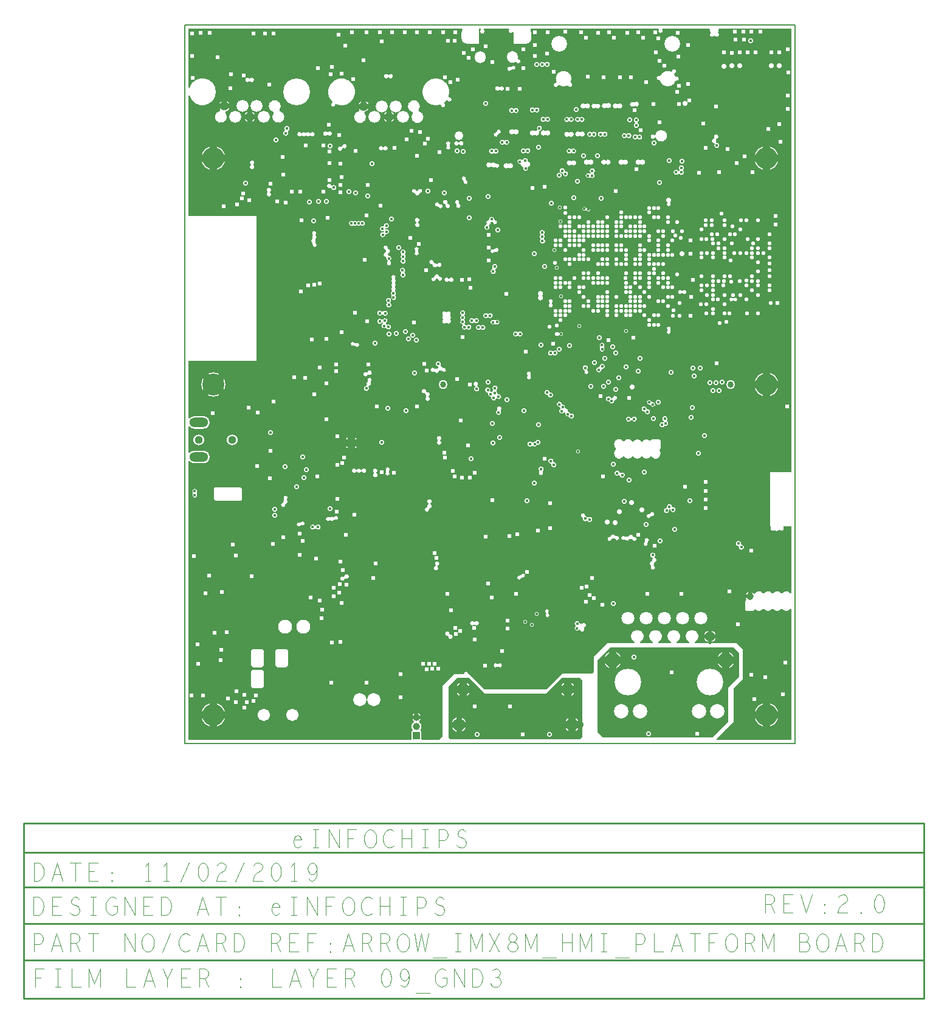
<source format=gbr>
G04 ================== begin FILE IDENTIFICATION RECORD ==================*
G04 Layout Name:  EI_ARROW_IMX8M_HMI_PLATFORM_17_00666_02.brd*
G04 Film Name:    L9_GND3.gbr*
G04 File Format:  Gerber RS274X*
G04 File Origin:  Cadence Allegro 17.2-P019*
G04 Origin Date:  Mon Feb 11 12:30:43 2019*
G04 *
G04 Layer:  DRAWING FORMAT/L9*
G04 Layer:  DRAWING FORMAT/FILM_LABEL_OUTLINE*
G04 Layer:  VIA CLASS/L9_GND3*
G04 Layer:  PIN/L9_GND3*
G04 Layer:  ETCH/L9_GND3*
G04 Layer:  BOARD GEOMETRY/OUTLINE*
G04 *
G04 Offset:    (0.00 0.00)*
G04 Mirror:    No*
G04 Mode:      Positive*
G04 Rotation:  0*
G04 FullContactRelief:  No*
G04 UndefLineWidth:     5.00*
G04 ================== end FILE IDENTIFICATION RECORD ====================*
%FSLAX25Y25*MOIN*%
%IR0*IPPOS*OFA0.00000B0.00000*MIA0B0*SFA1.00000B1.00000*%
%ADD11O,.103X.052*%
%ADD19C,.05*%
%ADD14C,.06*%
%ADD18C,.016*%
%ADD15C,.07*%
%ADD10C,.034*%
%ADD12C,.044*%
%ADD21C,.055*%
%ADD22C,.083*%
%ADD17C,.03937*%
%ADD16R,.03937X.03937*%
%ADD13C,.12*%
%ADD20O,.038X.042*%
%ADD23C,.01*%
%ADD24C,.02*%
%ADD25C,.03*%
%ADD26C,.04*%
%ADD27C,.025*%
%ADD28C,.004*%
%ADD29C,.005*%
%ADD45C,.02104*%
%ADD39C,.02204*%
%ADD31C,.05004*%
%ADD38C,.02404*%
%ADD32C,.06004*%
%ADD44C,.07104*%
%ADD43C,.06204*%
%ADD36C,.07204*%
%ADD47C,.08204*%
%ADD37C,.02804*%
%ADD42C,.06604*%
%ADD40C,.04804*%
%ADD34C,.07604*%
%ADD33C,.06704*%
%ADD50C,.09504*%
%ADD46C,.08604*%
%ADD49C,.07904*%
%ADD35C,.13204*%
%ADD48C,.14604*%
%ADD41C,.14704*%
%ADD30O,.05934X.06524*%
G75*
%LPD*%
G75*
G36*
G01X129770Y6368D02*
G03X129235Y7124I-801J0D01*
G02X129107Y7602I100J283D01*
G03X128446Y11763I-2107J1798D01*
G02X128435Y12268I156J256D01*
G03X125565I-1435J2132D01*
G02X125554Y11763I-167J-249D01*
G03X124893Y7602I1446J-2363D01*
G02X124765Y7124I-228J-195D01*
G03X124230Y6368I266J-756D01*
G01Y2432D01*
G03X124236Y2337I801J3D01*
G02X123938Y2001I-298J-36D01*
G01X2001D01*
Y154684D01*
G02X2532Y154876I300J0D01*
G03X5147Y153650I2615J2176D01*
G01X10247D01*
G03Y160452I0J3401D01*
G01X5147D01*
G03X2532Y159226I0J-3402D01*
G02X2001Y159418I-231J192D01*
G01Y173582D01*
G02X2532Y173774I300J0D01*
G03X5147Y172548I2615J2176D01*
G01X10247D01*
G03Y179350I0J3401D01*
G01X5147D01*
G03X2532Y178124I0J-3402D01*
G02X2001Y178316I-231J192D01*
G01Y209898D01*
X39170D01*
Y289002D01*
X2001D01*
Y354905D01*
G02X2588Y354993I300J0D01*
G03Y359301I7029J2154D01*
G02X2001Y359389I-287J88D01*
G01Y391700D01*
X152009D01*
G02X152252Y391223I1J-300D01*
G03X151642Y389357I2554J-1868D01*
G01Y386601D01*
G03X154806Y383438I3164J1D01*
G01X161416D01*
Y391700D01*
X162197D01*
G02X162377Y391160I0J-300D01*
G03X163823I723J-960D01*
G02X164003Y391700I180J240D01*
G01X177598D01*
G02X177838Y391220I0J-300D01*
G03X179748Y389761I962J-720D01*
G02X180284Y389577I236J-185D01*
G01Y383438D01*
X186894D01*
G03X190058Y386601I0J3164D01*
G01Y389357D01*
G03X189448Y391223I-3164J-2D01*
G02X189691Y391700I242J177D01*
G01X259598D01*
G02X259838Y391220I0J-300D01*
G03X261762I962J-720D01*
G02X262002Y391700I240J180D01*
G01X287552D01*
G02X287831Y391290I0J-300D01*
G03X288335Y389817I1119J-440D01*
G02X288345Y389308I-153J-258D01*
G03X290100Y387815I655J-1008D01*
G02X290639Y387835I274J-121D01*
G03X292431Y389354I1061J565D01*
G02X292411Y389813I183J238D01*
G03X292663Y391260I-811J887D01*
G02X292929Y391700I266J140D01*
G01X332645D01*
Y148846D01*
X320820D01*
Y118922D01*
X321184D01*
G02X321434Y118455I0J-300D01*
G03X323222Y116882I1001J-664D01*
G02X323659Y116834I196J-227D01*
G03X325697Y117014I963J719D01*
G02X326204Y117061I268J-135D01*
G03X328161Y118455I956J729D01*
G02X328411Y118922I250J167D01*
G01X332645D01*
Y82421D01*
G02X332094Y82257I-300J0D01*
G03X327581Y82276I-2263J-1476D01*
G02X327081I-250J166D01*
G03X322581I-2250J-1495D01*
G02X322081I-250J166D01*
G03X317581I-2250J-1495D01*
G02X317081I-250J166D01*
G03X312476Y82105I-2250J-1495D01*
G02X311960Y82095I-261J148D01*
G03X307330Y80781I-2129J-1314D01*
G01Y80381D01*
G03X307815Y78900I2501J-1D01*
G02X307671Y78439I-242J-177D01*
G03X307130Y77681I261J-758D01*
G01Y73481D01*
G03X307931Y72680I801J0D01*
G01X311731D01*
G03X312532Y73481I0J801D01*
G01Y73656D01*
X312751D01*
X312795Y73605D01*
G03X317081Y73886I2036J1776D01*
G02X317581I250J-166D01*
G03X322081I2250J1495D01*
G02X322581I250J-166D01*
G03X327081I2250J1495D01*
G02X327581I250J-166D01*
G03X332094Y73905I2250J1495D01*
G02X332645Y73741I251J-164D01*
G01Y2001D01*
X291625D01*
G02X291413Y2513I0J300D01*
G01X301000Y12100D01*
Y30300D01*
X305900Y35200D01*
Y39664D01*
G03Y40936I-1020J636D01*
G01Y51700D01*
X302600Y55000D01*
X279737D01*
G02X279609Y55572I-1J300D01*
G03X276591I-1509J3215D01*
G02X276463Y55000I-127J-272D01*
G01X269737D01*
G02X269609Y55572I-1J300D01*
G03X266591I-1509J3215D01*
G02X266463Y55000I-127J-272D01*
G01X259737D01*
G02X259609Y55572I-1J300D01*
G03X256591I-1509J3215D01*
G02X256463Y55000I-127J-272D01*
G01X249737D01*
G02X249609Y55572I-1J300D01*
G03X246591I-1509J3215D01*
G02X246463Y55000I-127J-272D01*
G01X231800D01*
X224400Y47600D01*
Y39500D01*
X223300Y38400D01*
X206900D01*
X198300Y29800D01*
X164400D01*
X156100Y38100D01*
X155359D01*
X155349Y38239D01*
G03X152951I-1199J-89D01*
G01X152941Y38100D01*
X147700D01*
X141200Y31600D01*
Y4000D01*
X139201Y2001D01*
X130062D01*
G02X129764Y2337I0J300D01*
G03X129770Y2432I-795J98D01*
G01Y6368D01*
G37*
G36*
G01X144700Y3200D02*
Y31300D01*
X149500Y36100D01*
X156000D01*
X164600Y27500D01*
X198000D01*
X206700Y36200D01*
X216700D01*
X218000Y34900D01*
Y3800D01*
X216500Y2300D01*
X145600D01*
X144700Y3200D01*
G37*
G36*
G01X229250Y3250D02*
X226400Y6100D01*
Y45900D01*
X233150Y52650D01*
X300850D01*
X303900Y49600D01*
Y40996D01*
G03Y39604I980J-696D01*
G01Y36700D01*
X298100Y30900D01*
Y12200D01*
X289150Y3250D01*
X229250D01*
G37*
%LPC*%
G75*
G36*
G01X36364Y31267D02*
Y39567D01*
G02X37165Y40368I801J0D01*
G01X42365D01*
G02X43166Y39567I0J-801D01*
G01Y31267D01*
G02X42365Y30466I-801J0D01*
G01X37165D01*
G02X36364Y31267I0J801D01*
G37*
G36*
G01Y42684D02*
Y50984D01*
G02X37165Y51786I801J1D01*
G01X42365D01*
G02X43166Y50984I-1J-802D01*
G01Y42684D01*
G02X42365Y41882I-801J-1D01*
G01X37165D01*
G02X36364Y42684I1J802D01*
G37*
G36*
G01X49750D02*
Y50984D01*
G02X50551Y51786I801J1D01*
G01X55751D01*
G02X56552Y50984I-1J-802D01*
G01Y42684D01*
G02X55751Y41882I-801J-1D01*
G01X50551D01*
G02X49750Y42684I1J802D01*
G37*
G36*
G01X30701Y133198D02*
X16699D01*
X15798Y134099D01*
Y139801D01*
X16399Y140402D01*
X30701D01*
X31202Y139901D01*
Y133699D01*
X30701Y133198D01*
G37*
G36*
G01X182531Y375353D02*
G03X182841Y375001I295J-53D01*
G02X181792Y373335I59J-1201D01*
G03X181340Y373463I-277J-116D01*
G02X176643Y375873I-1730J2410D01*
G01Y376463D01*
G02X182577I2967J0D01*
G01Y375873D01*
G02X182531Y375353I-2967J0D01*
G37*
G36*
G01X197619Y371307D02*
G03X197144Y371289I-231J-192D01*
G02X197081Y372993I-1144J811D01*
G03X197556Y373011I231J192D01*
G02X197619Y371307I1144J-811D01*
G37*
G36*
G01X179429Y369295D02*
G03X178984Y369181I-175J-244D01*
G02X178599Y370678I-1084J519D01*
G03X179044Y370792I175J244D01*
G02X179429Y369295I1084J-519D01*
G37*
G36*
G01X111857Y364938D02*
G03X111377I-240J-180D01*
G02Y366384I-960J723D01*
G03X111857I240J180D01*
G02Y364938I960J-723D01*
G37*
G36*
G01X35723Y362938D02*
G03X35243I-240J-180D01*
G02Y364384I-960J723D01*
G03X35723I240J180D01*
G02Y362938I960J-723D01*
G37*
G36*
G01X269284Y363173D02*
G03X268896Y362981I-102J-282D01*
G02X260598Y363320I-4103J1293D01*
G03X260225Y363543I-293J-66D01*
G02X260420Y365784I-325J1157D01*
G03X260826Y365938I130J270D01*
G02X266667Y368146I3967J-1664D01*
G03X267098Y368413I131J270D01*
G02X268506Y367216I1202J-13D01*
G03X268313Y366748I52J-295D01*
G02X268880Y365616I-3521J-2472D01*
G03X269271Y365428I285J93D01*
G02X269284Y363173I422J-1125D01*
G37*
G36*
G01X172803Y358216D02*
G03X172323I-240J-180D01*
G02Y359662I-960J723D01*
G03X172803I240J180D01*
G02Y358216I960J-723D01*
G37*
G36*
G01X82924Y350332D02*
G03X82502Y350066I-122J-274D01*
G02X80804Y351195I-1202J34D01*
G03X80885Y351687I-124J273D01*
G02X82924Y350332I5032J5360D01*
G37*
G36*
G01X246793Y349259D02*
G03X246404Y349222I-173J-245D01*
G02X246202Y351341I-1009J973D01*
G03X246591Y351378I173J245D01*
G02X246793Y349259I1009J-973D01*
G37*
G36*
G01X143978Y352468D02*
G03X143461Y352545I-280J-107D01*
G02X142229Y351296I-5813J4501D01*
G03X142253Y350809I187J-235D01*
G02X140398Y349798I-653J-1009D01*
G03X140002Y350082I-300J0D01*
G02X144538Y354480I-2353J6965D01*
G03X144876Y354081I281J-104D01*
G02X143978Y352468I224J-1181D01*
G37*
G36*
G01X231388Y348535D02*
G03X231176Y348518I-98J-114D01*
G02X231018Y350489I-1070J906D01*
G03X231230Y350506I98J114D01*
G02X231388Y348535I1070J-906D01*
G37*
G36*
G01X237497Y348322D02*
G03X237075I-211J-213D01*
G02Y350310I-989J994D01*
G03X237497I211J213D01*
G02Y348322I989J-994D01*
G37*
G36*
G01X219780D02*
G03X219358I-211J-213D01*
G02Y350310I-989J994D01*
G03X219780I211J213D01*
G02Y348322I989J-994D01*
G37*
G36*
G01X225199Y350370D02*
G03X225591Y350368I197J226D01*
G02X225576Y348246I909J-1067D01*
G03X225184Y348248I-197J-226D01*
G02X225199Y350370I-909J1067D01*
G37*
G36*
G01X191956Y346197D02*
G03X191534I-211J-213D01*
G02Y348185I-989J994D01*
G03X191956I211J213D01*
G02Y346197I989J-994D01*
G37*
G36*
G01X180566Y345897D02*
G03X180144I-211J-213D01*
G02Y347885I-989J994D01*
G03X180566I211J213D01*
G02Y345897I989J-994D01*
G37*
G36*
G01X197866Y341055D02*
G03X197444I-211J-213D01*
G02Y343043I-989J994D01*
G03X197866I211J213D01*
G02Y341055I989J-994D01*
G37*
G36*
G01X216758Y340922D02*
G03X216336I-211J-213D01*
G02Y342910I-989J994D01*
G03X216758I211J213D01*
G02Y340922I989J-994D01*
G37*
G36*
G01X210848D02*
G03X210426I-211J-213D01*
G02Y342910I-989J994D01*
G03X210848I211J213D01*
G02Y340922I989J-994D01*
G37*
G36*
G01X48752Y345549D02*
G03X48589Y346041I-225J198D01*
G02X51742Y347091I675J3232D01*
G03X51905Y346599I225J-198D01*
G02X48752Y345549I-675J-3232D01*
G37*
G36*
G01X19275Y346637D02*
G03X19451Y347140I-42J297D01*
G02X22226Y346215I2253J2133D01*
G03X22065Y345707I50J-295D01*
G02X19275Y346637I-2330J-2340D01*
G37*
G36*
G01X125052Y345449D02*
G03X124889Y345941I-225J198D01*
G02X128042Y346991I675J3232D01*
G03X128205Y346499I225J-198D01*
G02X125052Y345449I-675J-3232D01*
G37*
G36*
G01X98526Y346115D02*
G03X98365Y345607I50J-295D01*
G02X95575Y346537I-2330J-2340D01*
G03X95751Y347040I-42J297D01*
G02X98526Y346115I2253J2133D01*
G37*
G36*
G01X180623Y334224D02*
G03X180201I-211J-213D01*
G02Y336212I-989J994D01*
G03X180623I211J213D01*
G02Y334224I989J-994D01*
G37*
G36*
G01X197978Y333575D02*
G03X197556I-211J-213D01*
G02Y335563I-989J994D01*
G03X197978I211J213D01*
G02Y333575I989J-994D01*
G37*
G36*
G01X56585Y335726D02*
G03X56461Y335285I125J-273D01*
G02X54715Y335774I-1161J-785D01*
G03X54839Y336215I-125J273D01*
G02X56585Y335726I1161J785D01*
G37*
G36*
G01X78451Y333487D02*
G03X77971I-240J-180D01*
G02Y334933I-960J723D01*
G03X78451I240J180D01*
G02Y333487I960J-723D01*
G37*
G36*
G01X64277Y333080D02*
G03X63797I-240J-180D01*
G02Y334526I-960J723D01*
G03X64277I240J180D01*
G02X66167Y334564I960J-723D01*
G03X66632I233J190D01*
G02X68522Y334526I930J-761D01*
G03X69002I240J180D01*
G02Y333080I960J-723D01*
G03X68522I-240J-180D01*
G02X66632Y333042I-960J723D01*
G03X66167I-233J-190D01*
G02X64277Y333080I-930J761D01*
G37*
G36*
G01X216870Y332942D02*
G03X216448I-211J-213D01*
G02Y334930I-989J994D01*
G03X216870I211J213D01*
G02Y332942I989J-994D01*
G37*
G36*
G01X229312Y332863D02*
G03X228896I-208J-216D01*
G02Y334883I-972J1010D01*
G03X229312I208J216D01*
G02Y332863I972J-1010D01*
G37*
G36*
G01X223402D02*
G03X222986I-208J-216D01*
G02Y334883I-972J1010D01*
G03X223402I208J216D01*
G02Y332863I972J-1010D01*
G37*
G36*
G01X210848Y332854D02*
G03X210426I-211J-213D01*
G02Y334842I-989J994D01*
G03X210848I211J213D01*
G02Y332854I989J-994D01*
G37*
G36*
G01X172011Y334101D02*
G03X171691Y333762I-23J-299D01*
G02X170589Y334799I-1191J-162D01*
G03X170909Y335138I23J299D01*
G02X172011Y334101I1191J162D01*
G37*
G36*
G01X242448Y332085D02*
G03X242026I-211J-213D01*
G02Y334073I-989J994D01*
G03X242448I211J213D01*
G02Y332085I989J-994D01*
G37*
G36*
G01X248358Y331351D02*
G03X247936I-211J-213D01*
G02Y333339I-989J994D01*
G03X248358I211J213D01*
G02Y331351I989J-994D01*
G37*
G36*
G01X175474Y328530D02*
G03X175052I-211J-213D01*
G02Y330518I-989J994D01*
G03X175474I211J213D01*
G02Y328530I989J-994D01*
G37*
G36*
G01X145221Y327917D02*
G03X145220Y327478I204J-220D01*
G02X143583Y327483I-821J-878D01*
G03X143584Y327922I-204J220D01*
G02X145221Y327917I821J878D01*
G37*
G36*
G01X187048Y323788D02*
G03X186626I-211J-213D01*
G02Y325776I-989J994D01*
G03X187048I211J213D01*
G02Y323788I989J-994D01*
G37*
G36*
G01X212158Y323608D02*
G03X211736I-211J-213D01*
G02Y325596I-989J994D01*
G03X212158I211J213D01*
G02Y323608I989J-994D01*
G37*
G36*
G01X169564Y323588D02*
G03X169142I-211J-213D01*
G02Y325576I-989J994D01*
G03X169564I211J213D01*
G02Y323588I989J-994D01*
G37*
G36*
G01X250015Y317576D02*
G03X249593I-211J-213D01*
G02Y319564I-989J994D01*
G03X250015I211J213D01*
G02Y317576I989J-994D01*
G37*
G36*
G01X240566D02*
G03X240144I-211J-213D01*
G02Y319564I-989J994D01*
G03X240566I211J213D01*
G02Y317576I989J-994D01*
G37*
G36*
G01X231117D02*
G03X230695I-211J-213D01*
G02Y319564I-989J994D01*
G03X231117I211J213D01*
G02Y317576I989J-994D01*
G37*
G36*
G01X221668D02*
G03X221246I-211J-213D01*
G02Y319564I-989J994D01*
G03X221668I211J213D01*
G02Y317576I989J-994D01*
G37*
G36*
G01X212219Y317201D02*
G03X211797I-211J-213D01*
G02Y319189I-989J994D01*
G03X212219I211J213D01*
G02Y317201I989J-994D01*
G37*
G36*
G01X170342Y317747D02*
G03X170744Y317626I263J145D01*
G02X170334Y315854I561J-1063D01*
G03X169920Y315923I-242J-177D01*
G02X168125Y316076I-806J1147D01*
G03X167703I-211J-213D01*
G02Y318064I-989J994D01*
G03X168125I211J213D01*
G02X170342Y317747I989J-994D01*
G37*
G36*
G01X177574Y315576D02*
G03X177152I-211J-213D01*
G02Y317564I-989J994D01*
G03X177574I211J213D01*
G02Y315576I989J-994D01*
G37*
G36*
G01X37609Y317377D02*
G03Y316897I180J-240D01*
G02X36163I-723J-960D01*
G03Y317377I-180J240D01*
G02X37609I723J960D01*
G37*
G36*
G01X188322Y316003D02*
G03X188109Y315603I67J-292D01*
G02X185493Y315607I-1309J-503D01*
G03X185283Y316007I-280J108D01*
G02X184216Y317240I329J1363D01*
G03X183879Y317509I-298J-28D01*
G02X184815Y319750I-179J1391D01*
G03X185344Y319856I239J182D01*
G02X188050Y319121I1356J-356D01*
G03X188281Y318746I289J-81D01*
G02X188322Y316003I-269J-1376D01*
G37*
G36*
G01X208302Y313899D02*
G03X208619Y313600I300J0D01*
G02X207298Y312201I81J-1400D01*
G03X206981Y312500I-300J0D01*
G02X208302Y313899I-81J1400D01*
G37*
G36*
G01X222005Y312271D02*
G03X222396Y312275I193J229D01*
G02X222455Y312324I925J-1054D01*
G03X222474Y312778I-186J235D01*
G02X224302Y312699I960J1022D01*
G03X224283Y312245I186J-235D01*
G02X222418Y310152I-960J-1022D01*
G03X222027Y310148I-193J-229D01*
G02X222005Y312271I-927J1052D01*
G37*
G36*
G01X152866Y308029D02*
G03X152656Y308431I-279J110D01*
G02X154052Y309159I278J1169D01*
G03X154262Y308757I279J-110D01*
G02X152866Y308029I-278J-1169D01*
G37*
G36*
G01X126206Y301359D02*
G03X125867Y301622I-298J-34D01*
G02X126895Y302953I-166J1190D01*
G03X127234Y302690I298J34D01*
G02X127408Y302702I169J-1190D01*
G03X127708Y302964I2J300D01*
G02X128892Y301610I1192J-152D01*
G03X128592Y301348I-2J-300D01*
G02X126206Y301359I-1192J152D01*
G37*
G36*
G01X46762Y302390D02*
G03Y301910I180J-240D01*
G02X45316I-723J-960D01*
G03Y302390I-180J240D01*
G02X46762I723J960D01*
G37*
G36*
G01X266238Y296626D02*
G03X266197Y296203I190J-232D01*
G02X264499I-849J-703D01*
G03X264458Y296626I-231J191D01*
G02X266238I890J1083D01*
G37*
G36*
G01X150346Y296108D02*
G03X150493Y295682I261J-148D01*
G02X148991Y295162I-456J-1112D01*
G03X148844Y295588I-261J148D01*
G02X150346Y296108I456J1112D01*
G37*
G36*
G01X139413Y295739D02*
G03X139802Y295534I290J78D01*
G02X139040Y294086I398J-1134D01*
G03X138651Y294291I-290J-78D01*
G02X139413Y295739I-398J1134D01*
G37*
G36*
G01X92375Y284002D02*
G02Y285998I-985J998D01*
G02X94345I985J-998D01*
G02X96315I985J-998D01*
G02Y284002I985J-998D01*
G02X94345I-985J998D01*
G02X92375I-985J998D01*
G37*
G36*
G01X196927Y276846D02*
G03X196963Y276405I220J-204D01*
G02X195073Y276254I-863J-1105D01*
G03X195037Y276695I-220J204D01*
G02X194911Y278794I863J1105D01*
G03Y279006I-106J106D01*
G02X196889I989J994D01*
G03Y278794I106J-106D01*
G02X196927Y276846I-989J-994D01*
G37*
G36*
G01X71447Y274726D02*
G03X71579Y274289I253J-162D01*
G02X70085Y273835I-481J-1101D01*
G03X69953Y274272I-253J162D01*
G02X69870Y276434I481J1101D01*
G03X69983Y276859I-141J265D01*
G02X70143Y278343I1017J641D01*
G03X70123Y278783I-213J211D01*
G02X71757Y278857I777J917D01*
G03X71777Y278417I213J-211D01*
G02X71564Y276439I-777J-917D01*
G03X71451Y276014I141J-265D01*
G02X71447Y274726I-1017J-641D01*
G37*
G36*
G01X170230Y269502D02*
G03X169791Y269379I-167J-249D01*
G02X169370Y270882I-1091J505D01*
G03X169809Y271005I167J249D01*
G02X170230Y269502I1091J-505D01*
G37*
G36*
G01X127807Y270041D02*
G03X127815Y269571I190J-232D01*
G02X126319Y269544I-731J-954D01*
G03X126311Y270014I-190J232D01*
G02X127807Y270041I731J954D01*
G37*
G36*
G01X120624Y265769D02*
G03Y265317I198J-226D01*
G02X118776I-924J-1054D01*
G03Y265769I-198J226D01*
G02X118722Y267828I924J1054D01*
G03Y268257I-209J214D01*
G02X120678I978J1005D01*
G03Y267828I209J-215D01*
G02X120624Y265769I-978J-1005D01*
G37*
G36*
G01X170346Y260033D02*
G03X170205Y259563I95J-285D01*
G02X168654Y260029I-1105J-863D01*
G03X168795Y260499I-95J285D01*
G02X170346Y260033I1105J863D01*
G37*
G36*
G01X120423Y258351D02*
G03X120458Y257909I219J-205D01*
G02X118579Y257761I-858J-1109D01*
G03X118544Y258203I-219J205D01*
G02X120423Y258351I858J1109D01*
G37*
G36*
G01X137951Y254752D02*
G03X137601Y254445I-50J-296D01*
G02X136601Y255585I-1201J-45D01*
G03X136951Y255892I50J296D01*
G02X139342Y256107I1201J45D01*
G03X139703Y255857I297J43D01*
G02X138771Y254513I258J-1174D01*
G03X138410Y254763I-297J-43D01*
G02X137951Y254752I-258J1174D01*
G37*
G36*
G01X113538Y247806D02*
G03X113567Y248254I-184J237D01*
G02X113602Y249980I853J846D01*
G03Y250420I-205J220D01*
G02X113647Y252220I818J880D01*
G03Y252680I-193J230D01*
G02X113515Y254391I773J920D01*
G03X113511Y254791I-226J198D01*
G02X115305Y254809I889J809D01*
G03X115309Y254409I226J-198D01*
G02X115193Y252680I-889J-809D01*
G03Y252220I193J-230D01*
G02X115238Y250420I-773J-920D01*
G03Y249980I205J-220D01*
G02X115259Y248239I-818J-880D01*
G03X115280Y247791I210J-215D01*
G02X115434Y245753I-880J-1091D01*
G03Y245347I221J-203D01*
G02X113366I-1034J-947D01*
G03Y245753I-221J203D01*
G02X113538Y247806I1034J947D01*
G37*
G36*
G01X195994Y245611D02*
G03Y245189I213J-211D01*
G02X194006I-994J-989D01*
G03Y245611I-213J211D01*
G02X195994I994J989D01*
G37*
G36*
G01X112698Y241804D02*
G03X112714Y241363I211J-213D01*
G02X110814Y241296I-914J-1063D01*
G03X110798Y241737I-211J213D01*
G02X112698Y241804I914J1063D01*
G37*
G36*
G01X166439Y233506D02*
G03X166017I-211J-213D01*
G02Y235494I-989J994D01*
G03X166439I211J213D01*
G02Y233506I989J-994D01*
G37*
G36*
G01X158801Y230706D02*
G03X158379I-211J-213D01*
G02Y232694I-989J994D01*
G03X158801I211J213D01*
G02Y230706I989J-994D01*
G37*
G36*
G01X143746Y230569D02*
G03X143266Y230565I-238J-182D01*
G02X141482Y232160I-967J714D01*
G03Y232600I-205J220D01*
G02Y234360I818J880D01*
G03Y234800I-205J220D01*
G02X143220Y236453I818J880D01*
G03X143680I230J193D01*
G02X145465Y234846I920J-773D01*
G03X145485Y234410I216J-209D01*
G02X145518Y232620I-785J-910D01*
G03Y232180I205J-220D01*
G02X143746Y230569I-817J-881D01*
G37*
G36*
G01X170240Y229870D02*
G03X169838Y229867I-199J-224D01*
G02X169822Y231948I-948J1033D01*
G03X170224Y231951I199J224D01*
G02X170240Y229870I948J-1033D01*
G37*
G36*
G01X162429Y226962D02*
G03X162007I-211J-213D01*
G02Y228950I-989J994D01*
G03X162429I211J213D01*
G02Y226962I989J-994D01*
G37*
G36*
G01X266116Y226714D02*
G03Y226286I211J-214D01*
G02X264572I-772J-786D01*
G03Y226714I-211J214D01*
G02X266116I772J786D01*
G37*
G36*
G01X182821Y223527D02*
G03X182399I-211J-213D01*
G02Y225515I-989J994D01*
G03X182821I211J213D01*
G02Y223527I989J-994D01*
G37*
G36*
G01X93164Y219507D02*
G03X93623Y219417I266J139D01*
G02X93336Y217940I777J-917D01*
G03X92877Y218030I-266J-139D01*
G02X93164Y219507I-777J917D01*
G37*
G36*
G01X229802Y217422D02*
G03X229806Y217018I224J-200D01*
G02X227732Y216995I-1027J-955D01*
G03X227728Y217399I-224J200D01*
G02X229802Y217422I1027J955D01*
G37*
G36*
G01X201507Y214975D02*
G03X201930Y214967I216J209D01*
G02X201893Y212980I970J-1012D01*
G03X201470Y212988I-216J-209D01*
G02X201507Y214975I-970J1012D01*
G37*
G36*
G01X228781Y205198D02*
G03X228478Y204885I-3J-300D01*
G02X227096Y206225I-1401J-62D01*
G03X227399Y206538I3J300D01*
G02X228781Y205198I1401J62D01*
G37*
G36*
G01X220667Y204990D02*
G03X220743Y204537I228J-195D01*
G02X219144Y204180I-608J-1037D01*
G03X219021Y204623I-247J170D01*
G02X220667Y204990I579J1277D01*
G37*
G36*
G01X187858Y201458D02*
G03X187846Y201897I-210J214D01*
G02X189481Y201942I793J903D01*
G03X189493Y201503I210J-214D01*
G02X187858Y201458I-793J-903D01*
G37*
G36*
G01X199995Y192600D02*
G03X200337Y192324I299J21D01*
G02X199137Y190840I199J-1388D01*
G03X198795Y191116I-299J-21D01*
G02X199995Y192600I-199J1388D01*
G37*
G36*
G01X171190Y189034D02*
G03X170714Y188910I-195J-228D01*
G02X168018Y189637I-1314J489D01*
G03X167707Y189987I-296J50D01*
G02X166328Y191898I-73J1400D01*
G03X166059Y192307I-279J109D01*
G02X167414Y193197I49J1401D01*
G03X167683Y192788I279J-109D01*
G02X168234Y192654I-49J-1401D01*
G03X168634Y192798I128J271D01*
G02X169084Y193341I1270J-594D01*
G03X169119Y193799I-175J244D01*
G02X170920Y193663I981J1001D01*
G03X170885Y193205I175J-244D01*
G02X171244Y191792I-981J-1001D01*
G03X171631Y191421I287J-88D01*
G02X171190Y189034I469J-1321D01*
G37*
G36*
G01X235811Y188268D02*
G03X235495Y187939I-18J-299D01*
G02X232751Y187419I-1395J-138D01*
G03X232577Y187526I-145J-40D01*
G02X233649Y189281I-277J1374D01*
G03X233823Y189174I145J40D01*
G02X234332Y189183I279J-1374D01*
G03X234681Y189476I49J296D01*
G02X235811Y188268I1202J-8D01*
G37*
G36*
G01X255964Y187409D02*
G03X256309Y187210I285J95D01*
G02X255259Y185393I280J-1374D01*
G03X254914Y185592I-285J-95D01*
G02X255964Y187409I-280J1374D01*
G37*
G36*
G01X253190Y183537D02*
G03X253522Y183278I297J39D01*
G02X252292Y181705I160J-1393D01*
G03X251960Y181964I-297J-39D01*
G02X253190Y183537I-160J1393D01*
G37*
G36*
G01X173180Y182738D02*
G03X173130Y182329I192J-231D01*
G02X171254Y182687I-1130J-829D01*
G03X171358Y183085I-159J254D01*
G02X173180Y182738I1054J577D01*
G37*
G36*
G01X208670Y180904D02*
G03X208486Y181272I-287J86D01*
G02X208211Y181415I412J1129D01*
G03X207800Y181349I-171J-246D01*
G02X205915Y183368I-1120J844D01*
G03X205959Y183575I-82J126D01*
G02X205739Y184223I1177J761D01*
G03X205433Y184498I-299J-25D01*
G02X206797Y186013I-33J1402D01*
G03X207103Y185738I299J25D01*
G02X208491Y183975I33J-1402D01*
G03X208804Y183598I290J-78D01*
G02X210087Y182210I96J-1198D01*
G03X210318Y181869I296J-48D01*
G02X211346Y180934I-305J-1368D01*
G03X211535Y180838I143J47D01*
G02X210635Y179071I433J-1333D01*
G03X210446Y179167I-143J-47D01*
G02X208670Y180904I-433J1334D01*
G37*
G36*
G01X262661Y176300D02*
G03X262562Y176752I-236J185D01*
G02X264304Y177135I639J1248D01*
G03X264403Y176683I236J-185D01*
G02X263195Y174154I-638J-1248D01*
G03X263000Y174085I-61J-137D01*
G02X262320Y176001I-1250J635D01*
G03X262515Y176070I61J137D01*
G02X262661Y176300I1251J-633D01*
G37*
G36*
G01X193317Y163727D02*
G03X193142Y163621I-31J-147D01*
G02X190693Y163138I-1348J385D01*
G03X190236Y163155I-236J-185D01*
G02X190301Y164968I-1036J945D01*
G03X190758Y164951I236J185D01*
G02X192077Y165379I1036J-945D01*
G03X192252Y165485I31J147D01*
G02X193317Y163727I1348J-385D01*
G37*
G36*
G01X260818Y166083D02*
Y161883D01*
G02X260412Y161186I-801J0D01*
G03X260316Y160751I148J-261D01*
G02X260818Y159183I-2200J-1569D01*
G01Y158783D01*
G02X255866Y157288I-2702J0D01*
G03X255366I-250J-166D01*
G02X250866I-2250J1495D01*
G03X250366I-250J-166D01*
G02X245866I-2250J1495D01*
G03X245366I-250J-166D01*
G02X240866I-2250J1495D01*
G03X240366I-250J-166D01*
G02X235414Y158783I-2250J1495D01*
G01Y159183D01*
G02X236380Y161253I2701J0D01*
G03Y161713I-192J230D01*
G02X235414Y163783I1735J2070D01*
G01Y164183D01*
G02X240366Y165678I2702J0D01*
G03X240866I250J166D01*
G02X245471Y165507I2250J-1495D01*
G03X245987Y165497I261J148D01*
G02X250348Y165312I2129J-1314D01*
G03X250884I268J135D01*
G02X255143Y165649I2232J-1129D01*
G01X255188Y165587D01*
X255414D01*
Y166083D01*
G02X256216Y166884I802J-1D01*
G01X260016D01*
G02X260818Y166083I1J-801D01*
G37*
G36*
G01X202112Y154471D02*
G03X202392Y154101I292J-70D01*
G02X200974Y153029I-55J-1401D01*
G03X200694Y153399I-292J70D01*
G02X202112Y154471I55J1401D01*
G37*
G36*
G01X196286Y149313D02*
G03X196241Y148893I189J-233D01*
G02X194434Y148969I-937J-753D01*
G03X194425Y149392I-217J207D01*
G02X196286Y149313I975J1008D01*
G37*
G36*
G01X110372Y148956D02*
G03X110394Y149415I-182J239D01*
G02X111938Y149342I815J883D01*
G03X111916Y148883I182J-239D01*
G02X110372Y148956I-815J-883D01*
G37*
G36*
G01X4339Y136942D02*
G03X4338Y137334I-228J195D01*
G02X6459Y137336I1060J918D01*
G03X6460Y136944I228J-195D01*
G02X4339Y136942I-1060J-918D01*
G37*
G36*
G01X55332Y131308D02*
G03X55076Y130948I38J-298D01*
G02X53748Y131892I-1176J-248D01*
G03X54004Y132252I-38J298D01*
G02X54362Y133380I1176J248D01*
G03Y133820I-205J220D01*
G02X55998I818J880D01*
G03Y133380I205J-220D01*
G02X55332Y131308I-818J-880D01*
G37*
G36*
G01X265732Y128498D02*
G03X265453Y128111I8J-300D01*
G02X264080Y129102I-1341J-411D01*
G03X264359Y129489I-8J300D01*
G02X267102Y129880I1341J410D01*
G03X267454Y129580I300J-5D01*
G02X266298Y128220I246J-1380D01*
G03X265946Y128520I-300J5D01*
G02X265732Y128498I-250J1380D01*
G37*
G36*
G01X255874Y124628D02*
G03X255484Y124394I-94J-285D01*
G02X254677Y125741I-1184J206D01*
G03X255067Y125975I94J285D01*
G02X255874Y124628I1184J-206D01*
G37*
G36*
G01X79820Y122282D02*
G03X79380I-220J-205D01*
G02Y123918I-880J818D01*
G03X79820I220J205D01*
G02X81386Y124087I880J-818D01*
G03X81821Y124191I171J247D01*
G02X82193Y122634I1058J-570D01*
G03X81758Y122530I-171J-247D01*
G02X79820Y122282I-1058J570D01*
G37*
G36*
G01X220781Y124028D02*
G03X221200Y123951I248J169D01*
G02X220842Y122010I800J-1151D01*
G03X220423Y122087I-248J-169D01*
G02X218260Y123565I-800J1151D01*
G03X218034Y123928I-292J70D01*
G02X219494Y124965I266J1172D01*
G03X219763Y124633I298J-33D01*
G02X220781Y124028I-140J-1395D01*
G37*
G36*
G01X63956Y119613D02*
G03X63527Y119520I-171J-246D01*
G02X63180Y121120I-1034J613D01*
G03X63609Y121213I171J246D01*
G02X63956Y119613I1034J-613D01*
G37*
G36*
G01X234398Y112260D02*
G03X234005Y112009I-95J-284D01*
G02X233191Y113281I-1195J132D01*
G03X233584Y113532I95J284D01*
G02X235920Y113779I1195J-132D01*
G03X236363Y113619I285J95D01*
G02X235859Y112221I637J-1019D01*
G03X235416Y112381I-285J-95D01*
G02X234398Y112260I-637J1019D01*
G37*
G36*
G01X245809Y113485D02*
G03X246202Y113248I296J47D01*
G02X245402Y111925I388J-1138D01*
G03X245009Y112162I-296J-47D01*
G02X244213Y112169I-388J1138D01*
G03X243820Y111959I-102J-282D01*
G02X241637Y111605I-1167J288D01*
G03X241205Y111686I-254J-160D01*
G02X241506Y113295I-715J966D01*
G03X241938Y113214I254J160D01*
G02X243061Y113378I715J-967D01*
G03X243454Y113588I102J282D01*
G02X245809Y113485I1167J-288D01*
G37*
G36*
G01X252158Y110473D02*
G03X252278Y110898I-136J268D01*
G02X253842Y110457I1022J632D01*
G03X253722Y110032I136J-268D01*
G02X252158Y110473I-1022J-632D01*
G37*
G36*
G01X304912Y109360D02*
G03X305192Y109000I294J-60D01*
G02X303752Y107880I-66J-1400D01*
G03X303472Y108240I-294J60D01*
G02X304912Y109360I66J1400D01*
G37*
G36*
G01X184976Y90975D02*
G03X184577Y90755I-105J-281D01*
G02X183824Y92125I-1177J245D01*
G03X184223Y92345I105J281D01*
G02X184976Y90975I1177J-245D01*
G37*
G36*
G01X159040Y65277D02*
G03X158560I-240J-180D01*
G02Y66723I-960J723D01*
G03X159040I240J180D01*
G02Y65277I960J-723D01*
G37*
G36*
G01X219077Y63730D02*
G03X218897Y63271I69J-292D01*
G02X216747Y62260I-997J-671D01*
G03X216220Y62356I-288J-85D01*
G02X214194Y64270I-1119J844D01*
G03X214199Y64724I-193J229D01*
G02X216526Y65843I927J1052D01*
G01X216533Y65700D01*
X217903D01*
G02X219077Y63730I897J-800D01*
G37*
G36*
G01X145130Y60091D02*
G03X145469Y59752I297J-42D01*
G02X144448Y58731I169J-1190D01*
G03X144109Y59070I-297J42D01*
G02X145130Y60091I-169J1190D01*
G37*
G36*
G01X171808Y42094D02*
G03X171364I-222J-201D01*
G02Y43706I-892J806D01*
G03X171808I222J201D01*
G02Y42094I892J-806D01*
G37*
G36*
G01X204595Y360666D02*
G02X203522Y361996I-1195J134D01*
G03X203823Y362423I30J298D01*
G02X211593Y362429I3884J1851D01*
G03X211749Y362023I271J-129D01*
G02X210208Y360382I-463J-1109D01*
G03X209794Y360512I-269J-133D01*
G02X205076Y360870I-2087J3762D01*
G03X204595Y360666I-183J-237D01*
G37*
G36*
G01X248252Y339941D02*
G02X246866Y339894I-652J-1241D01*
G03X246848Y340416I-157J256D01*
G02X248234Y340463I652J1241D01*
G03X248252Y339941I157J-256D01*
G37*
G36*
G01X191534Y333557D02*
G02Y335545I-989J994D01*
G03X191956I211J213D01*
G02X192951Y335953I989J-994D01*
G03X193211Y336405I1J300D01*
G02X194412Y335716I1207J713D01*
G03X194152Y335264I-1J-300D01*
G02X191956Y333557I-1207J-713D01*
G03X191534I-211J-213D01*
G37*
G36*
G01X258049Y333422D02*
G02X258209Y331897I3172J-438D01*
G03X257662Y331936I-282J-102D01*
G02X257522Y333271I-1062J563D01*
G03X258049Y333422I230J193D01*
G37*
G36*
G01X149980Y328280D02*
G02Y329334I-1080J527D01*
G03X150520I270J131D01*
G02Y328280I1080J-527D01*
G03X149980I-270J-131D01*
G37*
G36*
G01X291520Y329110D02*
G02X290562Y328539I180J-1390D01*
G03X290298Y329014I-243J176D01*
G02X290063Y331406I-85J1199D01*
G03X290279Y331863I-38J297D01*
G02X291446Y331311I1017J641D01*
G03X291230Y330854I38J-297D01*
G02X291228Y329569I-1017J-641D01*
G03X291520Y329110I253J-161D01*
G37*
G36*
G01X108555Y325382D02*
G02Y326818I-964J718D01*
G03X109036I240J179D01*
G02Y325382I964J-718D01*
G03X108555I-240J-179D01*
G37*
G36*
G01X86349Y326064D02*
G02X85842Y327006I-1201J-39D01*
G03X86315Y327260I173J245D01*
G02X86822Y326318I1201J39D01*
G03X86349Y326064I-173J-245D01*
G37*
G36*
G01X273223Y313993D02*
G02X271095Y312221I-923J-1055D01*
G03X270584Y312229I-258J-153D01*
G02X270605Y313697I-1184J751D01*
G03X271116Y313689I258J153D01*
G02X271377Y313993I1183J-752D01*
G03Y314445I-198J226D01*
G02X273223I923J1055D01*
G03Y313993I198J-226D01*
G37*
G36*
G01X80800Y305675D02*
G02X80316Y304376I900J-1075D01*
G03X79846Y304572I-296J-48D01*
G02X80316Y305834I-698J979D01*
G03X80800Y305675I291J71D01*
G37*
G36*
G01X144140Y295772D02*
G02X143044Y295082I-9J-1202D01*
G03X142775Y295510I-271J128D01*
G02X143871Y296200I9J1202D01*
G03X144140Y295772I271J-128D01*
G37*
G36*
G01X220492Y293360D02*
G02X220264Y292130I778J-780D01*
G03X219778Y292220I-274J-122D01*
G02X220006Y293450I-778J780D01*
G03X220492Y293360I274J122D01*
G37*
G36*
G01X128004Y285282D02*
G02X126884Y285204I-486J-1099D01*
G03X126847Y285734I-158J255D01*
G02X127967Y285812I486J1099D01*
G03X128004Y285282I158J-255D01*
G37*
G36*
G01X166689Y283841D02*
G02X165314Y284261I-1039J-941D01*
G03X165481Y284735I-71J292D01*
G02X166545Y286664I953J732D01*
G03X166868Y287013I27J299D01*
G02X169647Y287137I1382J237D01*
G03X169974Y286814I299J-24D01*
G02X168881Y285588I109J-1197D01*
G03X168523Y285875I-300J-7D01*
G02X167988Y285873I-273J1375D01*
G03X167633Y285556I-56J-295D01*
G02X166816Y284327I-1199J-89D01*
G03X166689Y283841I95J-284D01*
G37*
G36*
G01X109882Y278845D02*
G02X108825Y280179I-1402J-25D01*
G03X109198Y280475I73J291D01*
G02Y280530I1402J28D01*
G03X108775Y280809I-300J6D01*
G02X108693Y283401I-575J1279D01*
G03X109098Y283685I105J281D01*
G02X110007Y282387I1402J15D01*
G03X109602Y282103I-105J-281D01*
G02Y282058I-1402J-23D01*
G03X110025Y281779I300J-6D01*
G02X110255Y279141I575J-1279D01*
G03X109882Y278845I-73J-291D01*
G37*
G36*
G01X112595Y264254D02*
G02X111174Y264167I-651J-1010D01*
G03X111122Y264662I-193J230D01*
G02X110433Y266288I658J1238D01*
G03X110156Y266671I-288J83D01*
G02X109947Y269047I44J1201D01*
G03X110167Y269440I-63J293D01*
G02X110163Y270231I1133J401D01*
G03X109929Y270624I-284J97D01*
G02X111266Y271419I200J1185D01*
G03X111500Y271026I284J-97D01*
G02X111553Y268666I-200J-1185D01*
G03X111333Y268273I63J-293D01*
G02X111382Y267653I-1133J-401D01*
G03X111695Y267299I295J-54D01*
G02X112585Y264752I85J-1399D01*
G03X112595Y264254I172J-246D01*
G37*
G36*
G01X138148Y261511D02*
G02X135912Y262285I-1048J589D01*
G03X135544Y262623I-296J47D01*
G02X136445Y263605I-287J1167D01*
G03X136813Y263267I296J-47D01*
G02X138040Y262849I287J-1167D01*
G03X138536Y262889I235J187D01*
G02X138644Y261551I1048J-589D01*
G03X138148Y261511I-235J-187D01*
G37*
G36*
G01X144591Y253460D02*
G02Y254774I-1007J657D01*
G03X145093I251J164D01*
G02Y253460I1007J-657D01*
G03X144591I-251J-164D01*
G37*
G36*
G01X272962Y247978D02*
G02X272952Y246838I938J-578D01*
G03X272438Y246842I-258J-153D01*
G02X272448Y247982I-938J578D01*
G03X272962Y247978I258J153D01*
G37*
G36*
G01X300533Y242660D02*
G02X300524Y243924I-907J626D01*
G03X301016Y243928I245J174D01*
G02X301025Y242664I907J-626D01*
G03X300533Y242660I-245J-174D01*
G37*
G36*
G01X201221Y241043D02*
G02X200081I-570J-943D01*
G03Y241557I-155J257D01*
G02X201221I570J943D01*
G03Y241043I155J-257D01*
G37*
G36*
G01X108631Y236574D02*
G02X108580Y235109I1169J-774D01*
G03X108069Y235126I-261J-148D01*
G02X108120Y236591I-1169J774D01*
G03X108631Y236574I261J148D01*
G37*
G36*
G01X110869Y229497D02*
G02X110387Y227598I731J-1196D01*
G03X109971Y227703I-259J-151D01*
G02X108692Y230191I-731J1197D01*
G03X108782Y230684I-117J276D01*
G02X108679Y230793I966J1016D01*
G03X108177Y230722I-229J-195D01*
G02X107969Y232207I-1277J578D01*
G03X108471Y232278I229J195D01*
G02X110296Y230409I1277J-578D01*
G03X110206Y229916I117J-276D01*
G02X110453Y229602I-967J-1015D01*
G03X110869Y229497I259J151D01*
G37*
G36*
G01X154304Y227202D02*
G02X152334Y229196I-984J998D01*
G03X152157Y229707I-211J213D01*
G02X151331Y232094I163J1393D01*
G03Y232306I-106J106D01*
G02X151500Y234437I989J994D01*
G03X151514Y234913I-175J243D01*
G02X153220Y234863I886J1087D01*
G03X153206Y234387I175J-243D01*
G02X153309Y232306I-886J-1087D01*
G03Y232094I106J-106D01*
G02X153306Y230104I-989J-994D01*
G03X153483Y229593I211J-213D01*
G02X154304Y229198I-164J-1392D01*
G03X154726I211J214D01*
G02Y227202I984J-998D01*
G03X154304I-211J-214D01*
G37*
G36*
G01X205009Y223746D02*
G02Y225054I-1009J654D01*
G03X205504Y225042I252J163D01*
G02Y223758I896J-642D01*
G03X205009Y223746I-243J-175D01*
G37*
G36*
G01X139318Y204283D02*
G02X137074Y203719I-1202J35D01*
G03X136631Y203807I-260J-150D01*
G02X136942Y205360I-731J954D01*
G03X137385Y205272I260J150D01*
G02X138502Y205456I731J-954D01*
G03X138898Y205732I96J284D01*
G02X139006Y206194I1201J-37D01*
G03X138762Y206617I-273J124D01*
G02X140120Y207320I139J1395D01*
G03X140325Y206878I261J-148D01*
G02X141256Y206026I-225J-1181D01*
G03X141649Y205826I289J81D01*
G02X140913Y204371I420J-1126D01*
G03X140520Y204571I-289J-81D01*
G02X139714Y204559I-420J1126D01*
G03X139318Y204283I-96J-284D01*
G37*
G36*
G01X100156Y202069D02*
G02X99685Y203388I-1156J331D01*
G03X100144Y203552I171J246D01*
G02X100615Y202233I1156J-331D01*
G03X100156Y202069I-171J-246D01*
G37*
G36*
G01X100600Y195457D02*
G02X99543Y195988I-1099J-870D01*
G03X99798Y196459I9J300D01*
G02X100196Y198191I988J685D01*
G03X100299Y198619I-147J262D01*
G02X101890Y198237I1001J665D01*
G03X101787Y197809I147J-262D01*
G02X100825Y195943I-1001J-665D01*
G03X100600Y195457I10J-300D01*
G37*
G36*
G01X160404Y195677D02*
G02X159181Y195445I-377J-1350D01*
G03X159100Y195967I-181J239D01*
G02X160288Y196193I400J1133D01*
G03X160404Y195677I197J-227D01*
G37*
G36*
G01X133719Y189930D02*
G02X132397Y189875I-619J-1030D01*
G03X132377Y190376I-175J244D01*
G02X131812Y191611I619J1030D01*
G03X131433Y191950I-296J51D01*
G02X132284Y192900I-333J1155D01*
G03X132663Y192561I296J-51D01*
G02X133699Y190431I333J-1155D01*
G03X133719Y189930I175J-244D01*
G37*
G36*
G01X244603Y177205D02*
G02X244582Y178394I-1280J572D01*
G03X245125Y178404I269J132D01*
G02X245146Y177215I1280J-572D01*
G03X244603Y177205I-269J-132D01*
G37*
G36*
G01X140094Y165882D02*
G02X138706I-694J-982D01*
G03Y166371I-173J245D01*
G02X140094I694J982D01*
G03Y165882I173J-244D01*
G37*
G36*
G01X93880Y148973D02*
G02Y150027I-1080J527D01*
G03X94420I270J131D01*
G02X96580I1080J-527D01*
G03X97120I270J131D01*
G02Y148973I1080J-527D01*
G03X96580I-270J-131D01*
G02X94420I-1080J527D01*
G03X93880I-270J-131D01*
G37*
G36*
G01X105103Y148095D02*
G02X103688Y148002I-644J-1015D01*
G03X103656Y148485I-193J230D01*
G02X105071Y148578I644J1015D01*
G03X105103Y148095I193J-230D01*
G37*
G36*
G01X238887Y148164D02*
G02X238407Y146942I913J-1064D01*
G03X237913Y147136I-298J-33D01*
G02X238393Y148358I-913J1064D01*
G03X238887Y148164I298J33D01*
G37*
G36*
G01X133878Y128440D02*
G02X132643Y129401I-1178J-240D01*
G03X132922Y129760I-15J299D01*
G02X133573Y131080I1178J240D01*
G03Y131620I-131J270D01*
G02X134627I527J1080D01*
G03Y131080I131J-270D01*
G02X134157Y128799I-527J-1080D01*
G03X133878Y128440I15J-299D01*
G37*
G36*
G01X71294Y117866D02*
G02Y119334I-1194J734D01*
G03X71806I256J157D01*
G02Y117866I1194J-734D01*
G03X71294I-256J-157D01*
G37*
G36*
G01X257181Y97452D02*
G02X255661Y97151I-581J-1052D01*
G03X255572Y97601I-234J188D01*
G02X255991Y99844I581J1052D01*
G03X256242Y100211I-41J297D01*
G02X256568Y101344I1170J277D01*
G03X256391Y101856I-210J214D01*
G02X257472Y102194I158J1393D01*
G03X257618Y101672I197J-226D01*
G02X257574Y99297I-206J-1184D01*
G03X257323Y98930I41J-297D01*
G02X257092Y97902I-1170J-277D01*
G03X257181Y97452I234J-188D01*
G37*
G36*
G01X138478Y97016D02*
G02X137402Y97265I-779J-916D01*
G03X137522Y97784I-74J291D01*
G02X138598Y97535I779J916D01*
G03X138478Y97016I74J-291D01*
G37*
G36*
G01X87502Y90397D02*
G02X87019Y91363I-1202J3D01*
G03X87498Y91603I179J241D01*
G02X87981Y90637I1202J-3D01*
G03X87502Y90397I-179J-241D01*
G37*
G36*
G01X199344Y71309D02*
G02X198141Y71099I-444J-1009D01*
G03X198056Y71591I-206J218D01*
G02X199259Y71801I444J1009D01*
G03X199344Y71309I206J-218D01*
G37*
G54D45*
X288849Y284231D03*
X285700Y286790D03*
X295717Y253523D03*
X289568D03*
X264829Y270457D03*
G54D39*
X186463Y66900D03*
X192989Y70907D03*
X190400Y65100D03*
X215525Y160139D03*
X252033Y239749D03*
X249474Y244866D03*
X267431Y244867D03*
X314172Y253523D03*
X286418Y268877D03*
X311023Y266318D03*
X259711Y270456D03*
X295867Y268877D03*
Y240627D03*
X257151Y229512D03*
X259710Y229511D03*
X295867Y235609D03*
X289567Y238168D03*
X267977Y237413D03*
X289568Y268877D03*
X264829Y239749D03*
X286418Y245845D03*
X317322Y268877D03*
X259710Y262779D03*
X271900Y277000D03*
X314172Y268877D03*
X269888Y285811D03*
X289568Y273995D03*
X289567Y243286D03*
X254592Y232071D03*
X295967Y245845D03*
X285700Y284231D03*
X264829Y288370D03*
X297070Y231000D03*
X264829Y252544D03*
X289568Y250963D03*
X295867Y256082D03*
X262270Y255103D03*
X307873Y250964D03*
X295893Y276555D03*
X254593Y290929D03*
X267641Y234489D03*
X285976Y240727D03*
X292126Y243286D03*
X295893Y286791D03*
X259710Y293489D03*
X311023Y256082D03*
X299017D03*
X269900Y257000D03*
X298893Y279114D03*
X254592Y293489D03*
Y229511D03*
X271247Y234529D03*
X285976Y235609D03*
X267483Y280733D03*
X286046Y276554D03*
X262270Y249985D03*
X292717Y253523D03*
Y271436D03*
X264829Y273015D03*
X272600Y280700D03*
X289202Y276559D03*
X257151Y293489D03*
X295893Y284232D03*
X271400Y241500D03*
X289577Y245845D03*
X291999Y279113D03*
X264829Y255103D03*
X203000Y263300D03*
X295867Y266318D03*
X264829Y267897D03*
X208563Y293888D03*
X254592Y265338D03*
Y262779D03*
Y257662D03*
X257151Y267897D03*
X262270D03*
X259710D03*
Y275574D03*
X259712Y273016D03*
X262271Y280692D03*
X259711D03*
Y242308D03*
X304600Y245846D03*
X300700D03*
X289570Y248405D03*
X314173Y258641D03*
X304400Y253535D03*
X289567Y256082D03*
X283268Y250964D03*
X314173Y263759D03*
X304723Y268877D03*
X283268D03*
X289567Y266318D03*
X308573Y276554D03*
X304723Y281672D03*
X299900Y273995D03*
X292717D03*
X288849Y286790D03*
X321400Y241500D03*
X320472Y256082D03*
Y250964D03*
Y266318D03*
X320493Y279103D03*
X320472Y271436D03*
X320750Y263000D03*
X320700Y259300D03*
X262271Y242308D03*
X259710Y234630D03*
X257150D03*
X259710Y288370D03*
X257150D03*
X314173Y235610D03*
X293400Y230500D03*
X298771Y235614D03*
X289567Y235610D03*
X307873Y243287D03*
X283070Y240728D03*
X301517Y279113D03*
X314373Y286790D03*
X305023D03*
X307873D03*
X294270Y290500D03*
X300400Y283500D03*
X259711Y252544D03*
X264829Y249985D03*
X262270Y257662D03*
X259711Y255103D03*
X299735Y252974D03*
X301300Y268757D03*
X283268Y256082D03*
Y266318D03*
Y281672D03*
X314173Y245846D03*
Y276554D03*
X308173Y235610D03*
X208580Y290879D03*
X223885Y283251D03*
X244356Y278133D03*
X216208D03*
X246915Y280692D03*
X244356Y283251D03*
X252033D03*
X246915D03*
X221326Y280693D03*
Y285810D03*
X249474Y280692D03*
X218767Y283251D03*
X208530Y270456D03*
X226443Y262779D03*
X229003D03*
X231562D03*
X241797Y267897D03*
Y265338D03*
X239238Y262779D03*
X241797D03*
Y252544D03*
X241697Y255103D03*
X241797Y257662D03*
X229003Y265338D03*
X236680Y262779D03*
X241797Y270456D03*
X252033Y234629D03*
X254593Y267898D03*
X226443Y257662D03*
X249474Y249985D03*
X244356Y234630D03*
Y249985D03*
X241797Y249984D03*
X236679Y265338D03*
X241797Y247426D03*
X231562Y280692D03*
X252033Y280693D03*
X229003Y280692D03*
X244356D03*
X239238Y283251D03*
Y285810D03*
X218767Y267898D03*
X216208Y267897D03*
X221326Y265338D03*
X218767Y265339D03*
X216208Y265338D03*
X246915Y278133D03*
X236679Y234630D03*
X242000Y226200D03*
X211090Y249985D03*
X239238Y290929D03*
X208530Y252544D03*
X211090D03*
X203412Y249984D03*
X205971Y232070D03*
Y249984D03*
X203412Y252543D03*
X205971D03*
X211090Y237190D03*
X208530Y242308D03*
X211090D03*
X203412Y237189D03*
X205971D03*
X203137Y234571D03*
X205971Y234629D03*
X208530Y237190D03*
X221326Y239749D03*
X211090D03*
X208530D03*
X218767Y244867D03*
X249474Y239749D03*
X236679Y280692D03*
X241797D03*
X249474Y283251D03*
X244356Y247426D03*
X231562Y234630D03*
Y288370D03*
X213649D03*
X211090Y275574D03*
X231562Y247426D03*
X320472Y248405D03*
Y273995D03*
X311623D03*
X295867Y271430D03*
X283268Y276554D03*
X311023Y248405D03*
X216208Y283251D03*
X205600Y293900D03*
X223885Y278133D03*
X221326D03*
X283200Y248400D03*
X295367Y250964D03*
X203412Y255102D03*
X205971D03*
X213649Y265338D03*
X211090Y262779D03*
Y265338D03*
X208530D03*
X216208Y247426D03*
X218767Y249985D03*
X216208D03*
X246915Y288370D03*
X244356D03*
X211090Y278133D03*
X213649Y275574D03*
X202700Y270400D03*
X203412Y275574D03*
X205971D03*
X213649Y273015D03*
X211090D03*
X218767Y278133D03*
X239239Y288370D03*
X241797D03*
X249474Y285811D03*
Y288370D03*
X264829Y244867D03*
X314172Y250964D03*
X311023Y253523D03*
Y268878D03*
X262270Y278133D03*
X267388Y267897D03*
X299322Y264822D03*
X205850Y286150D03*
X216208Y288370D03*
X264829Y285811D03*
X267388Y249985D03*
X286400Y250970D03*
X307874Y268877D03*
X288849Y279113D03*
X269100Y278500D03*
X314172Y271436D03*
X229003Y285810D03*
X311023Y271436D03*
X267388Y275574D03*
X307940Y253589D03*
X249474Y237190D03*
X206200Y245100D03*
X249474Y278133D03*
X208530Y234629D03*
X257151Y257662D03*
X218766Y275574D03*
X216208Y273015D03*
X252033Y247426D03*
X211090Y283251D03*
X205964Y283258D03*
X208530Y283251D03*
X211090Y285810D03*
Y280692D03*
X236679Y278133D03*
Y237190D03*
X239238Y239749D03*
X216300Y228800D03*
X236679Y239749D03*
X241797D03*
X239238Y237190D03*
X229003Y244867D03*
X231568Y239755D03*
X229003Y239749D03*
X211090Y288370D03*
X213649Y278133D03*
X208530Y280692D03*
X231562Y242308D03*
X200100Y228500D03*
X244356Y242308D03*
X246916Y244867D03*
X226444Y239749D03*
Y237190D03*
Y242308D03*
X203800Y229100D03*
X246915Y242308D03*
X244356Y239749D03*
X246915D03*
X231562Y278133D03*
X236679Y244867D03*
X244357D03*
X241797Y237189D03*
X244356Y237190D03*
X257145Y260227D03*
X246915Y237190D03*
X262270Y262779D03*
X241797Y234630D03*
X257151Y262779D03*
X231562Y237190D03*
X223885Y280692D03*
X226443Y278133D03*
X216208Y275574D03*
X246915Y252544D03*
X213649Y255102D03*
X249474Y273015D03*
Y270456D03*
Y267897D03*
Y265338D03*
X246915D03*
X249474Y262779D03*
X246915D03*
X249474Y255103D03*
Y257662D03*
X246915Y255103D03*
Y257662D03*
X252033Y270456D03*
X254592Y275574D03*
Y278133D03*
Y249985D03*
Y255103D03*
Y252544D03*
Y244867D03*
X231562D03*
X249474Y242308D03*
X218767Y280692D03*
X213649D03*
X226444Y285810D03*
X231562Y252544D03*
Y255103D03*
X229003Y252544D03*
Y255103D03*
X223885Y252544D03*
Y255103D03*
X221326D03*
X218766D03*
X226444D03*
Y252544D03*
X218766Y257662D03*
X221325D03*
X236679Y273015D03*
X239238Y273016D03*
X236679Y270456D03*
X239238Y270457D03*
X231561Y265338D03*
X223885Y270456D03*
X226444D03*
X229003D03*
Y273015D03*
X231562Y270456D03*
Y273015D03*
X226444D03*
X223885D03*
X241797Y278133D03*
X236679Y283251D03*
X218767Y270456D03*
X229003Y283251D03*
X231562D03*
X226444Y244867D03*
X218767Y239749D03*
X221326Y242308D03*
X203412Y273015D03*
X205971D03*
X229003Y242308D03*
X223885Y237190D03*
X208530Y278133D03*
X203905Y260710D03*
X229003Y278133D03*
X226444Y280692D03*
X236679Y285810D03*
X239238Y278133D03*
X226444Y283251D03*
X221326D03*
G54D31*
X141732Y196850D03*
X299212D03*
G54D38*
X77650Y177595D03*
X155337Y163553D03*
X83507Y134000D03*
X83050Y207850D03*
X53816Y112984D03*
X107900Y148700D03*
X114500Y148500D03*
X70950Y191550D03*
X100700Y207900D03*
X131313Y208012D03*
X88384Y114500D03*
X36684Y91616D03*
X13284Y92016D03*
X65945Y200555D03*
X83000Y204200D03*
X146900Y149300D03*
X147800Y146400D03*
X151900Y145800D03*
X156200Y145900D03*
X158900Y148300D03*
X187518Y93946D03*
X164950Y113430D03*
X178000Y113900D03*
X85800Y77200D03*
X80500Y55500D03*
X85300Y55600D03*
X186800Y214800D03*
X149300Y199625D03*
X151400Y177126D03*
X174084Y50784D03*
X156200Y196900D03*
X39633Y151933D03*
X118320Y25520D03*
X118400Y38080D03*
X15367Y181067D03*
X87300Y156800D03*
X86300Y153600D03*
X83600Y152900D03*
X177064Y63200D03*
X177100Y67500D03*
X27800Y103000D03*
X4800Y102800D03*
X145900Y73100D03*
X168500Y133400D03*
X132500Y40900D03*
X130600Y43600D03*
X133800D03*
X137100D03*
X138900Y41200D03*
X135700Y41000D03*
X80400Y33500D03*
X99500D03*
X148400Y63400D03*
X143803Y81989D03*
X148744Y60051D03*
X150900Y61900D03*
X159100Y57200D03*
X35017Y184000D03*
X69100Y80200D03*
X74064Y78333D03*
X75000Y68900D03*
X75200Y73500D03*
X83200Y127011D03*
X103400Y90900D03*
X138000Y101700D03*
X136900Y104300D03*
X85364Y99833D03*
X86500Y95000D03*
X88500Y87000D03*
X81700Y85400D03*
X81500Y80800D03*
X84900Y87300D03*
X84700Y82700D03*
X105342Y184861D03*
X127400Y184800D03*
X181700Y82000D03*
X132700Y204300D03*
X164700Y42750D03*
X64551Y110949D03*
X104700Y98600D03*
X73992Y205908D03*
X19700Y45700D03*
X19800Y51400D03*
X16400Y60700D03*
X23100Y61200D03*
X71991Y101539D03*
X168200Y79995D03*
X32700Y26800D03*
X27900Y22900D03*
X23500Y24800D03*
X28300Y28700D03*
X34100Y22600D03*
X38900Y26500D03*
X32700Y19600D03*
X37500Y23500D03*
X62868Y115000D03*
X62951Y103500D03*
X20400Y83200D03*
X11400Y82400D03*
X6900Y54500D03*
X9800Y26300D03*
X7200Y43900D03*
X3700Y26400D03*
X83600Y168400D03*
X158600Y63300D03*
X166416Y87784D03*
X193700Y116800D03*
X197380Y156172D03*
X142400Y159400D03*
X142600Y156600D03*
X77650Y197400D03*
X59800Y200700D03*
X48666Y187565D03*
X92984Y125290D03*
X182200Y114720D03*
X39800Y181300D03*
X46489Y145404D03*
X72505Y146500D03*
X48380Y109520D03*
X26200Y109100D03*
X47060Y160388D03*
X165000Y382200D03*
X139500Y324200D03*
X128408Y273595D03*
X152005Y254196D03*
X166537Y271664D03*
X155942Y254259D03*
X166584Y264617D03*
Y278617D03*
X132300Y259400D03*
X31200Y298700D03*
X190500Y304400D03*
X21400Y294300D03*
X107957Y384584D03*
X85391Y302226D03*
X32416Y366016D03*
X133416Y331245D03*
X123512Y277100D03*
X99500Y289367D03*
X98625Y264956D03*
X156716Y249800D03*
X35140Y297760D03*
X79100Y339200D03*
X149700Y363571D03*
X144300Y385100D03*
X147791Y385081D03*
X168724Y373315D03*
X28600Y295400D03*
X107351Y294600D03*
X185700Y380500D03*
X32040Y301540D03*
X80700Y370800D03*
X72942Y370213D03*
X77600Y221822D03*
X86100Y225500D03*
X63960Y286800D03*
X153100Y378329D03*
X43949Y389165D03*
X48765D03*
X97949Y374301D03*
X84241Y388323D03*
X37507Y389093D03*
X197350Y305150D03*
X79151Y324449D03*
X131487Y328887D03*
X75879Y302300D03*
X176214Y246559D03*
X152425Y222600D03*
X55300Y296252D03*
X125600Y230775D03*
X99800Y231500D03*
X47000Y306700D03*
X86093Y310374D03*
X53900Y311800D03*
X93684Y324700D03*
X79250Y318150D03*
X127369Y322174D03*
X121714Y330953D03*
X128775Y335175D03*
X53652Y321300D03*
X66400Y327748D03*
X75849D03*
X63152Y302300D03*
X84700Y333300D03*
X124213Y335587D03*
X185500Y370200D03*
X93300Y236200D03*
X69490Y221321D03*
X114779Y326479D03*
X134900Y308900D03*
X78129Y288073D03*
X4200Y364700D03*
X3800Y389200D03*
X13600Y389300D03*
X17800Y376000D03*
X25400Y366900D03*
X85900Y367200D03*
X79800Y366700D03*
X8700Y389400D03*
X91500Y389600D03*
X87800Y382300D03*
X92200Y364200D03*
X46300Y361000D03*
X25000Y359000D03*
X4000Y376700D03*
X99500Y389700D03*
X106900Y389600D03*
X113700Y389700D03*
X120600D03*
X127400Y389800D03*
X134400D03*
X141500D03*
X148200Y389900D03*
X157900Y380500D03*
X155500Y375800D03*
X192100Y389900D03*
X192000Y382900D03*
X191900Y376620D03*
X142700Y365100D03*
X145600Y362500D03*
X177000Y358684D03*
X183716Y358900D03*
X79148Y308701D03*
X85200Y306026D03*
X50600Y297002D03*
X85208Y317740D03*
X58700Y302300D03*
X74100Y252200D03*
X71086Y251314D03*
X67700Y251100D03*
X63700Y247800D03*
X100400Y305999D03*
X198900Y389900D03*
X198600Y378200D03*
X327800Y27100D03*
X243757Y189468D03*
X228009Y190500D03*
X229400Y146400D03*
X330300Y184600D03*
X291500Y208500D03*
X303200Y65500D03*
X224400Y79600D03*
X220284Y86200D03*
X253459Y82159D03*
X228802Y75998D03*
X200130Y118160D03*
X312200Y24300D03*
X274200Y140900D03*
X310584Y105800D03*
X298700Y83400D03*
X272200Y82100D03*
X285514Y143254D03*
Y138530D03*
Y133800D03*
Y129081D03*
X222100Y81400D03*
X329200Y44400D03*
X219900Y77900D03*
X318400Y36500D03*
X217600Y85400D03*
X200200Y131886D03*
X310623Y37677D03*
X257500Y108269D03*
X223259Y90779D03*
X248558Y114400D03*
X277400Y268500D03*
X324900Y241500D03*
X277400Y234500D03*
Y275600D03*
X278497Y254108D03*
X277600Y244600D03*
X323900Y289200D03*
Y284300D03*
X202088Y219085D03*
X302700Y318143D03*
X297700Y325700D03*
X306900Y321800D03*
X326100Y339500D03*
X235272Y386900D03*
X251272D03*
X219972Y386800D03*
X260328Y374000D03*
X285600Y326420D03*
X245840Y222550D03*
X247700Y314700D03*
X257000Y350300D03*
X260251Y340451D03*
X246700Y346984D03*
X292900Y313200D03*
X311269Y313236D03*
X250100Y336100D03*
X270943Y350243D03*
X242728Y389459D03*
X229500Y365200D03*
X244700Y364916D03*
X263100Y371441D03*
X226728Y389459D03*
X220800Y365400D03*
X238500Y365000D03*
X258414Y378842D03*
X326700Y329900D03*
X282100Y312900D03*
X232400Y221100D03*
X252900Y362278D03*
X291400Y349000D03*
X284300Y339600D03*
X308602Y378571D03*
X236234Y302660D03*
X270000Y357000D03*
X319800Y336800D03*
X312900Y378796D03*
X326000D03*
X321637Y378800D03*
X304300Y378696D03*
X299900Y378500D03*
X295600Y378696D03*
X330700Y354940D03*
X330762Y347750D03*
X275883Y361467D03*
X276000Y382800D03*
X301600Y390100D03*
X310700D03*
X306200Y390000D03*
X315700Y390100D03*
X306600Y385600D03*
X302100D03*
X330671Y380327D03*
X330800Y367900D03*
X276513Y352500D03*
X202300Y368100D03*
X270700Y376256D03*
X270900Y360276D03*
X270200Y389500D03*
X217228Y389600D03*
X248528Y389800D03*
X232528Y389700D03*
X257900Y389600D03*
X208600Y390000D03*
X259500Y386500D03*
X158912Y20312D03*
X178312D03*
X185200Y5000D03*
X280900Y5300D03*
X266800Y39000D03*
G54D32*
X25808Y166500D03*
X7697D03*
G54D44*
X243100Y68787D03*
X253100D03*
X263100D03*
X273100D03*
X283100D03*
G54D43*
X35483Y343367D03*
X111783Y343267D03*
G54D36*
X91421Y164680D03*
X95863Y23993D03*
X103737D03*
G54D47*
X152756Y29726D03*
X150394Y10435D03*
X209842Y29726D03*
X212205Y10435D03*
G54D37*
X176500Y188512D03*
X111279Y183679D03*
X121121Y182421D03*
X168550Y175550D03*
X194100Y174600D03*
X168900Y164584D03*
X166200Y198200D03*
X64500Y157112D03*
X47000Y170400D03*
X172600Y167600D03*
X108100Y165100D03*
X125800Y203221D03*
X157100Y156200D03*
X187700Y133000D03*
X186100Y182381D03*
X191600Y142600D03*
X79500Y128610D03*
X61396Y140896D03*
X65200Y145700D03*
X49112Y128400D03*
Y125200D03*
X55100Y151784D03*
X66600Y150016D03*
X193900Y326700D03*
X164814Y350686D03*
X122500Y221700D03*
X125000Y223700D03*
X126800Y221100D03*
X166186Y299638D03*
X191600Y268300D03*
X142200Y301800D03*
X195216Y218484D03*
X89819Y302281D03*
X70476Y286300D03*
X156100Y298800D03*
X171751Y281285D03*
X192800Y372100D03*
X133300Y302700D03*
X104400Y219500D03*
X116100Y224700D03*
X112000Y224300D03*
X121100Y225900D03*
X113300Y287500D03*
X197200Y261362D03*
X50000Y330800D03*
X68198Y296602D03*
X73300Y297000D03*
X77600Y297200D03*
X79755Y327345D03*
X117389Y271900D03*
X155804Y288200D03*
X149400Y324800D03*
X102600Y317800D03*
X152505Y324309D03*
X33300Y307100D03*
X100338Y300192D03*
X93704Y301596D03*
X277700Y178800D03*
X266450Y203250D03*
X248746Y203946D03*
X232355Y198100D03*
X288012Y197800D03*
X289600Y193400D03*
X291253Y197900D03*
X294461Y197968D03*
X292841Y193400D03*
X229704Y195804D03*
X241970Y206300D03*
X234900Y153000D03*
X237900Y200300D03*
X284800Y168784D03*
X205377Y216123D03*
X281600Y159200D03*
X282500Y205700D03*
X234500Y217500D03*
X278600Y205900D03*
X236200Y214100D03*
Y194000D03*
X245358Y195455D03*
X259600Y187200D03*
X256845Y178045D03*
X252013Y148588D03*
X260541Y111041D03*
X279200Y201488D03*
X276800Y133200D03*
X250478Y128222D03*
X231500Y121400D03*
X235900Y121210D03*
X278385Y184073D03*
X244935Y132100D03*
X238300Y127000D03*
X234779Y76721D03*
X240900Y132600D03*
X230400Y211100D03*
X243500Y144300D03*
X268691Y117291D03*
X253000Y120200D03*
X249663Y211000D03*
X222723Y195577D03*
X224520Y208800D03*
X272600Y268400D03*
X265500Y319500D03*
X272500Y319000D03*
X274200Y350600D03*
X201001Y296072D03*
X260296Y307304D03*
X218600Y322000D03*
X214500Y347295D03*
X244028Y341828D03*
X205200Y311300D03*
X321637Y371516D03*
X299937Y371316D03*
X325937Y371416D03*
X295577Y371176D03*
X210970Y218100D03*
X228400Y298600D03*
X304237Y371416D03*
X226300Y322100D03*
X215277Y307977D03*
X257200Y329200D03*
X213200Y299200D03*
X227300Y222500D03*
X310200Y385200D03*
X199900Y5100D03*
X160200Y5200D03*
X254400Y5400D03*
X246400Y47400D03*
G54D42*
X43357Y343367D03*
X27609D03*
X31546Y349273D03*
X39420D03*
X119657Y343267D03*
X103909D03*
X107846Y349173D03*
X115720D03*
G54D40*
X150197Y332983D03*
G54D34*
X54937Y63945D03*
X64937D03*
G54D33*
X43308Y15732D03*
X59057D03*
X288100Y58787D03*
G54D50*
X234675Y45795D03*
X296500D03*
G54D46*
X267155Y383565D03*
X205344D03*
G54D49*
X249458Y17803D03*
X281781D03*
X239439D03*
X291840D03*
G54D35*
X15748Y196850D03*
Y15748D03*
Y320866D03*
X318898Y15748D03*
Y196850D03*
Y320866D03*
G54D48*
X243100Y33787D03*
X288100D03*
G54D41*
X61349Y357147D03*
G54D30*
X162090Y376168D03*
%LPD*%
G75*
G54D10*
X141732Y196850D03*
X299212D03*
G54D20*
X309831Y80581D03*
G54D11*
X7697Y175949D03*
Y157051D03*
G54D21*
X288100Y58787D03*
G54D12*
X25808Y166500D03*
X7697D03*
G54D13*
X15748Y196850D03*
Y15748D03*
Y320866D03*
X318898Y15748D03*
Y196850D03*
Y320866D03*
G54D22*
X234675Y45795D03*
X296500D03*
G54D23*
G01X-88521Y-43540D02*
Y-139740D01*
G01D02*
X386979D01*
G01X-88521Y-118740D02*
X405279D01*
G01X-88521Y-98740D02*
X405279D01*
G01X-88521Y-78740D02*
X405279D01*
G01X-88521Y-59540D02*
X405279D01*
G01X-88521Y-43540D02*
X386979D01*
G01X386179Y-139740D02*
X405279D01*
Y-43540D01*
X385879D01*
G54D14*
X91421Y164680D03*
G54D24*
G01X127000Y14400D02*
Y17121D01*
G01X124279Y14400D02*
X127000D01*
G01D02*
X129721D01*
G01X288100Y55285D02*
Y58787D01*
G01D02*
Y62289D01*
G01X284598Y58787D02*
X288100D01*
G01D02*
X291602D01*
G01X309831Y80581D02*
Y83433D01*
G01X307179Y80581D02*
X309831D01*
G54D15*
X152756Y29726D03*
X150394Y10435D03*
X209842Y29726D03*
X212205Y10435D03*
G54D25*
G01X150394Y6183D02*
Y10435D01*
G01D02*
Y14687D01*
G01X146142Y10435D02*
X150394D01*
G01D02*
X154646D01*
G54D16*
X127000Y4400D03*
G54D26*
G01X91421Y160928D02*
Y164680D01*
G01D02*
Y168432D01*
G01X87669Y164680D02*
X91421D01*
G01D02*
X95173D01*
G01X15748Y8996D02*
Y15748D01*
G01D02*
Y22500D01*
G01X8996Y15748D02*
X15748D01*
G01D02*
X22500D01*
G01X10824Y191926D02*
X15748Y196850D01*
G01D02*
X20672Y201774D01*
G01X10824D02*
X15748Y196850D01*
G01D02*
X20672Y191926D01*
G01X152756Y25474D02*
Y29726D01*
G01D02*
Y33978D01*
G01X148504Y29726D02*
X152756D01*
G01D02*
X157008D01*
G01X15748Y314114D02*
Y320866D01*
G01D02*
Y327618D01*
G01X8996Y320866D02*
X15748D01*
G01D02*
X22500D01*
G01X318898Y190098D02*
Y196850D01*
G01D02*
Y203602D01*
G01X312146Y196850D02*
X318898D01*
G01D02*
X325650D01*
G01X318898Y8996D02*
Y15748D01*
G01D02*
Y22500D01*
G01X312146Y15748D02*
X318898D01*
G01D02*
X325650D01*
G01X296500Y40893D02*
Y45795D01*
G01D02*
Y50697D01*
G01X291598Y45795D02*
X296500D01*
G01D02*
X301402D01*
G01X234675Y40893D02*
Y45795D01*
G01D02*
Y50697D01*
G01X229773Y45795D02*
X234675D01*
G01D02*
X239577D01*
G01X212205Y6183D02*
Y10435D01*
G01D02*
Y14687D01*
G01X207953Y10435D02*
X212205D01*
G01D02*
X216457D01*
G01X209842Y25474D02*
Y29726D01*
G01D02*
Y33978D01*
G01X205590Y29726D02*
X209842D01*
G01D02*
X214094D01*
G01X318898Y314114D02*
Y320866D01*
G01D02*
Y327618D01*
G01X312146Y320866D02*
X318898D01*
G01D02*
X325650D01*
G54D17*
X127000Y14400D03*
Y9400D03*
G54D27*
G01X98003Y349173D02*
Y352425D01*
G01X94751Y349173D02*
X98003D01*
G01D02*
X101255D01*
G01X111783Y340015D02*
Y343267D01*
G01D02*
Y346519D01*
G01X108531Y343267D02*
X111783D01*
G01D02*
X115035D01*
G01X21703Y349273D02*
Y352525D01*
G01X18451Y349273D02*
X21703D01*
G01D02*
X24955D01*
G01X35483Y340115D02*
Y343367D01*
G01D02*
Y346619D01*
G01X32231Y343367D02*
X35483D01*
G01D02*
X38735D01*
G54D18*
X138900Y208012D03*
X160027Y194327D03*
X172100Y190100D03*
X176500Y188512D03*
X191794Y164006D03*
X111279Y183679D03*
X121121Y182421D03*
X168550Y175550D03*
X194100Y174600D03*
X193600Y165100D03*
X172000Y181500D03*
X170100Y194800D03*
X169904Y192204D03*
X189200Y164100D03*
X168900Y164584D03*
X166200Y198200D03*
X195400Y150400D03*
X64500Y157112D03*
X47000Y170400D03*
X99500Y194587D03*
X172600Y167600D03*
X108100Y165100D03*
X186463Y66900D03*
X192989Y70907D03*
X125800Y203221D03*
X190400Y65100D03*
X157100Y156200D03*
X187700Y133000D03*
X186100Y182381D03*
X166108Y193708D03*
X169400Y189400D03*
X167634Y191387D03*
X191600Y142600D03*
X190600Y104500D03*
X190585Y107973D03*
Y100973D03*
X194000Y104500D03*
Y107900D03*
Y100900D03*
X186900Y104600D03*
Y108200D03*
Y100800D03*
X41500Y61514D03*
X35800D03*
X38700Y61500D03*
X158485Y99073D03*
X154800Y99100D03*
X162200D03*
Y102700D03*
X154800D03*
X158485Y102673D03*
X162200Y95300D03*
X154800D03*
X158485Y95273D03*
X116200Y198300D03*
X108700D03*
X123700D03*
X112200D03*
X120300D03*
Y202200D03*
X123700D03*
X112200D03*
X108700D03*
X116200D03*
X120300Y205800D03*
X123700D03*
X112200D03*
X108700D03*
X116200D03*
X120300Y194700D03*
X123700D03*
X112200D03*
X108700D03*
X116200D03*
X120300Y190900D03*
X123700D03*
X112200D03*
X108700D03*
X116200D03*
X125300Y141900D03*
X134400Y142100D03*
X129500Y141900D03*
X124900Y136000D03*
X127100D03*
X66700Y96400D03*
X68200Y94400D03*
X69200Y97200D03*
X66800Y99000D03*
X78800Y113300D03*
X185300Y157000D03*
X186000Y151963D03*
X186900Y159454D03*
X189000Y157100D03*
X191500Y154000D03*
X57700Y168500D03*
X61500D03*
X54000D03*
X65100D03*
X61500Y172100D03*
X57700D03*
X65100D03*
X54000D03*
X61500Y175700D03*
X57700D03*
X65100D03*
X54000D03*
X61500Y164900D03*
X57700D03*
X65100D03*
X54000D03*
X183261Y166400D03*
X185654Y168854D03*
X180800Y168900D03*
Y163800D03*
X185654Y163754D03*
X183300Y159454D03*
X180100D03*
X180254Y174254D03*
X177800Y174300D03*
X41000Y90200D03*
X4800D03*
X68500Y47100D03*
X68300Y40000D03*
X66700Y43500D03*
Y50100D03*
X180315Y32115D03*
X197500Y30900D03*
X184000Y44600D03*
X195300Y46000D03*
X168900Y54187D03*
X171600Y54400D03*
X173156Y76588D03*
X164567Y116400D03*
X145250Y195318D03*
X145100Y198382D03*
X84100Y177600D03*
X50400Y215500D03*
X48300Y213400D03*
X54200Y215900D03*
X51800Y213000D03*
X56400D03*
X61150Y213200D03*
X66500Y212588D03*
X72200Y213200D03*
X78400Y212900D03*
X72000Y216600D03*
X64180Y216466D03*
X44644Y68200D03*
Y65300D03*
X44582Y62500D03*
X40000Y59600D03*
X43600Y60100D03*
X76200Y115900D03*
Y113300D03*
X78800Y115900D03*
X73600Y115800D03*
X71000Y113200D03*
Y115800D03*
X73600Y113200D03*
X73700Y110700D03*
X71100Y108100D03*
Y110700D03*
X73700Y108100D03*
X78800D03*
X76200Y110700D03*
Y108100D03*
X78800Y110700D03*
X131600Y120900D03*
X129000Y118300D03*
Y120900D03*
X131600Y118300D03*
X131500Y115700D03*
X128900Y113100D03*
Y115700D03*
X131500Y113100D03*
X126300Y118300D03*
X123700Y120900D03*
Y118300D03*
X126300Y120900D03*
X126400Y113100D03*
X123800Y115700D03*
X124400Y113900D03*
X126400Y115700D03*
X128000Y138300D03*
X72343Y114547D03*
X77559D03*
Y109331D03*
X72343D03*
X130258Y119608D03*
X125042D03*
X130258Y114392D03*
X116300Y170900D03*
X116400Y168400D03*
X116100Y181300D03*
X119500Y93700D03*
X123300Y92300D03*
X121800Y95000D03*
X40800Y211500D03*
X43600Y211600D03*
X46200Y211700D03*
X49100Y210800D03*
X76700Y211000D03*
X105000Y4400D03*
X61300Y4800D03*
X21600Y6300D03*
X67100Y20100D03*
X4400Y150800D03*
X33500Y202800D03*
X24000Y207000D03*
X4500Y206600D03*
X199900Y5100D03*
X160200Y5200D03*
X80500Y5800D03*
X82800Y18400D03*
X56000Y31300D03*
X26800Y94500D03*
X16600Y95200D03*
X101400Y130900D03*
X161000Y131600D03*
X97400Y99500D03*
X24300Y143200D03*
X46100Y203000D03*
X170300Y156700D03*
X45900Y81000D03*
X114400Y59600D03*
X93900Y43800D03*
X90700Y45500D03*
X66800Y133500D03*
X72600D03*
X69602Y130199D03*
X64100Y133500D03*
X69600D03*
X49073Y133673D03*
X31400Y122700D03*
Y118000D03*
X49300Y123000D03*
X191600Y49400D03*
X184600Y50600D03*
X176400Y42600D03*
X190800Y56400D03*
X195100Y60700D03*
X198000Y55300D03*
X198900Y81200D03*
X77700Y175200D03*
X71500Y174700D03*
X82500Y170500D03*
X74800Y163400D03*
X71600Y166400D03*
X76000Y168800D03*
X91097Y177503D03*
X62000Y157000D03*
X53720Y156900D03*
X35800Y157000D03*
X3800Y185200D03*
X198596Y192504D03*
X79500Y128610D03*
X61396Y140896D03*
X73000Y118600D03*
X70100D03*
X65200Y145700D03*
X5400Y136026D03*
X49112Y128400D03*
X5398Y138252D03*
X49112Y125200D03*
X55100Y151784D03*
X66600Y150016D03*
X119700Y266823D03*
Y269262D03*
X193900Y326700D03*
X164814Y350686D03*
X186800Y315100D03*
X183700Y318900D03*
X186700Y319500D03*
X122500Y221700D03*
X125000Y223700D03*
X126800Y221100D03*
X166186Y299638D03*
X191600Y268300D03*
X168153Y324582D03*
X170553D03*
X185637Y324782D03*
X174063Y329524D03*
X188037Y324782D03*
X176463Y329524D03*
X114400Y244400D03*
X142200Y301800D03*
X119700Y264263D03*
X119600Y256800D03*
X195216Y218484D03*
X196100Y275300D03*
X195900Y280000D03*
Y277800D03*
X183810Y224521D03*
X119402Y259312D03*
X181410Y224521D03*
X110600Y280500D03*
X109240Y228900D03*
X110500Y283700D03*
X111600Y228300D03*
X194418Y337118D03*
X89819Y302281D03*
X70476Y286300D03*
X156100Y298800D03*
X114400Y246700D03*
X171751Y281285D03*
X165650Y282900D03*
X168250Y287250D03*
X198700Y372200D03*
X196000Y372100D03*
X192800D03*
X133300Y302700D03*
X104400Y219500D03*
X116100Y224700D03*
X112000Y224300D03*
X121100Y225900D03*
X109748Y231700D03*
X108480Y278820D03*
X106900Y231300D03*
X108200Y282088D03*
X113300Y287500D03*
X153320Y228200D03*
X159790Y231700D03*
X157390D03*
X163418Y227956D03*
X196455Y342049D03*
X181555Y346891D03*
X171172Y230918D03*
X155710Y228200D03*
X91390Y285000D03*
X93360D03*
X95330D03*
X97300D03*
X197200Y261362D03*
X169900D03*
X190545Y347191D03*
X167428Y234500D03*
X152320Y233300D03*
X152400Y236000D03*
X152320Y231100D03*
X161018Y227956D03*
X198855Y342049D03*
X179155Y346891D03*
X168890Y230900D03*
X165028Y234500D03*
X192945Y347191D03*
X50000Y330800D03*
X68198Y296602D03*
X73300Y297000D03*
X77600Y297200D03*
X79755Y327345D03*
X56000Y337000D03*
X55300Y334500D03*
X117389Y271900D03*
X155804Y288200D03*
X111780Y265900D03*
X111712Y242800D03*
X109800Y235800D03*
X111800Y240300D03*
X106900Y235900D03*
X149400Y324800D03*
X102600Y317800D03*
X173000Y237200D03*
X159660Y286000D03*
X147084Y274617D03*
X151000Y274600D03*
X143200D03*
X154500D03*
X139700D03*
X151000Y278100D03*
X143200D03*
X154500D03*
X139700D03*
X147084Y278117D03*
X151000Y281600D03*
X143200D03*
X154500D03*
X139700D03*
X147084Y281617D03*
X151000Y270900D03*
X143200D03*
X154500D03*
X139700D03*
X147084Y270917D03*
X151000Y267600D03*
X143200D03*
X154500D03*
X139700D03*
X147084Y267617D03*
X157584Y271617D03*
X161584Y254117D03*
X164084Y257117D03*
X152584Y263617D03*
X157584Y266617D03*
X137900Y264212D03*
X157584Y277117D03*
X136584Y282117D03*
Y277570D03*
X157584Y282117D03*
X153974Y285727D03*
X136584Y285617D03*
X145584Y285833D03*
X66400Y315000D03*
X71400D03*
X61400D03*
X75900D03*
X71400Y319700D03*
X61400D03*
X56900D03*
X75900D03*
X66400D03*
X71400Y324400D03*
X61400D03*
X56900D03*
X75900D03*
X66400D03*
X71400Y310300D03*
X61400D03*
X56900D03*
X75900D03*
X66400D03*
X71500Y306200D03*
X61700Y306412D03*
X57500Y306200D03*
X75700D03*
X66300D03*
X95684Y305900D03*
X117500Y377800D03*
Y374100D03*
X49800Y372900D03*
Y369600D03*
X136572Y220600D03*
X120310Y285388D03*
X83400Y345200D03*
X78433Y349100D03*
Y345700D03*
X112891Y315755D03*
X116200Y310700D03*
X109600D03*
X116000Y318900D03*
X109800Y318800D03*
X8450Y300350D03*
X14350D03*
X26000Y302296D03*
X46171Y286971D03*
X48800Y289598D03*
X51300Y288900D03*
X53700Y288216D03*
X56300Y289598D03*
X86666Y282439D03*
X102020D03*
Y277321D03*
X96902D03*
X91784D03*
X86666D03*
Y272203D03*
X91784D03*
X96902D03*
X102020D03*
X86666Y267085D03*
X103100Y268200D03*
X80957Y259557D03*
X74100Y268800D03*
X69800Y268900D03*
X66700Y268800D03*
X64000Y269000D03*
X61300Y269100D03*
X58400Y269000D03*
X55700Y269100D03*
X52600Y269000D03*
X49600Y268900D03*
X47300Y268000D03*
X45800Y265700D03*
X45200Y259500D03*
X45300Y257000D03*
Y254400D03*
X45200Y249000D03*
X44300Y245100D03*
X52100Y245200D03*
Y248900D03*
Y241700D03*
X44400D03*
X43900Y238700D03*
X52100Y238600D03*
Y234900D03*
X44400D03*
X43900Y231600D03*
X52100Y231700D03*
Y227800D03*
X43900D03*
X44400Y224400D03*
X52200D03*
X52100Y221200D03*
X43900Y221300D03*
X40700Y218900D03*
X51700Y218100D03*
X52100Y251700D03*
X52600Y254600D03*
X51900Y257100D03*
X52000Y260900D03*
X54600Y262900D03*
X58100Y263000D03*
X62500Y263100D03*
X66400Y262900D03*
X70200D03*
X73700Y263000D03*
X77200Y263100D03*
X40600Y222200D03*
X40500Y225900D03*
X40400Y230000D03*
Y233700D03*
X40300Y237100D03*
Y241000D03*
X41600Y247000D03*
X42300Y251800D03*
X41600Y256700D03*
X42200Y262200D03*
X41600Y267500D03*
X44400Y269400D03*
X47800Y272500D03*
X51500Y272700D03*
X54700Y272800D03*
X58000Y273100D03*
X62700Y272700D03*
X67100Y272400D03*
X72100Y269900D03*
X66300Y276300D03*
X64200Y279400D03*
X59300Y280800D03*
X55900Y277300D03*
X50400Y280500D03*
X47600Y276800D03*
X43000Y280000D03*
X41000Y275900D03*
X55400Y258700D03*
X60300Y259100D03*
X64700Y259300D03*
X68600Y259600D03*
X72300Y259800D03*
X76200D03*
X62100Y256000D03*
X57800Y255700D03*
X55000Y251900D03*
X54800Y247100D03*
X54900Y243400D03*
X54800Y240200D03*
X54600Y236800D03*
Y232900D03*
X55400Y229700D03*
Y226000D03*
Y222700D03*
X55300Y219800D03*
X76900Y218500D03*
X62600Y227300D03*
X141300Y279900D03*
X152900Y279800D03*
X149100D03*
X145000D03*
X149100Y276300D03*
X152900D03*
X145000D03*
X149200Y272500D03*
X153000D03*
X168436Y314836D03*
X170007Y313295D03*
X171639Y311639D03*
X114400Y221800D03*
X114700Y228600D03*
X114300Y231300D03*
X29300Y358900D03*
X42800Y359200D03*
X105700Y361100D03*
X117100Y363000D03*
X11300Y341100D03*
X4400Y330700D03*
X5200Y317700D03*
X23500Y312100D03*
X9300Y307200D03*
X5800Y293100D03*
X28000Y292000D03*
X160100Y366400D03*
X160630Y363570D03*
X112400Y330100D03*
Y332800D03*
X98817Y330101D03*
X98695Y332298D03*
X56000Y344300D03*
X91700Y345100D03*
X71700Y339100D03*
X76600Y337600D03*
X3400Y345200D03*
X13400Y344900D03*
X169100Y258700D03*
X152505Y324309D03*
X81700Y304600D03*
X33300Y307100D03*
X100338Y300192D03*
X93704Y301596D03*
X200500Y214000D03*
X277700Y178800D03*
X266450Y203250D03*
X248746Y203946D03*
X232355Y198100D03*
X246405Y177832D03*
X288012Y197800D03*
X228780Y216063D03*
X289600Y193400D03*
X291253Y197900D03*
X294461Y197968D03*
X292841Y193400D03*
X232300Y188900D03*
X229704Y195804D03*
X241970Y206300D03*
X234900Y153000D03*
X237900Y200300D03*
X265700Y129900D03*
X267700Y128200D03*
X284800Y168784D03*
X205377Y216123D03*
X263200Y178000D03*
X202900Y213955D03*
X281600Y159200D03*
X239800Y147100D03*
X282500Y205700D03*
X234100Y187800D03*
X234500Y217500D03*
X219623Y123238D03*
X215126Y65776D03*
X278600Y205900D03*
X236200Y214100D03*
Y194000D03*
X222000Y122800D03*
X215100Y63200D03*
X256589Y185836D03*
X253682Y181885D03*
X251800Y183357D03*
X259600Y187200D03*
X263765Y175435D03*
X261750Y174720D03*
X256845Y178045D03*
X252013Y148588D03*
X260541Y111041D03*
X279200Y201488D03*
X237000Y148200D03*
X276800Y133200D03*
X210013Y180501D03*
X211968Y179504D03*
X278385Y184073D03*
X234779Y76721D03*
X254634Y186966D03*
X240900Y132600D03*
X230400Y211100D03*
X200536Y190936D03*
X243500Y144300D03*
X202337Y152700D03*
X227077Y204823D03*
X228800Y206600D03*
X205400Y185900D03*
X206680Y182193D03*
X200749Y154800D03*
X215525Y160139D03*
X256549Y103249D03*
X264112Y127700D03*
X268691Y117291D03*
X253000Y120200D03*
X305126Y107600D03*
X303538Y109640D03*
X243323Y177777D03*
X207136Y184336D03*
X239700Y95700D03*
Y103700D03*
Y99700D03*
Y91700D03*
Y88000D03*
X235100Y103600D03*
Y87900D03*
Y91600D03*
Y99600D03*
Y95600D03*
X230800Y103500D03*
Y87800D03*
Y91500D03*
Y99500D03*
Y95500D03*
X244100Y103700D03*
Y88000D03*
Y91700D03*
Y99700D03*
Y95700D03*
X248300Y103800D03*
Y88100D03*
Y91800D03*
Y99800D03*
Y95800D03*
X204900Y62100D03*
X211500Y56700D03*
X214750Y56600D03*
X209600Y54300D03*
X208851Y81200D03*
X331100Y105200D03*
X330884Y162900D03*
X283100D03*
X302499Y184500D03*
X302800Y203400D03*
X314600Y59400D03*
X327800Y58500D03*
X331550Y36250D03*
X217922Y161149D03*
X330900Y209800D03*
X329400Y188900D03*
X309400Y186200D03*
X293600Y168800D03*
X295600Y139000D03*
X310400Y139400D03*
X330300Y100300D03*
X330500Y65300D03*
X320600Y55300D03*
X311400Y5000D03*
X284700Y77200D03*
X243300Y62700D03*
X228700Y69800D03*
X318700Y157500D03*
X329600Y156400D03*
X305600Y169900D03*
X329900Y169800D03*
X298400Y154900D03*
X313000Y143100D03*
X300900Y131800D03*
X329800Y114200D03*
X330900Y117100D03*
X315000Y101800D03*
X313700Y88600D03*
X320200Y66700D03*
X297100Y7100D03*
X327900Y5400D03*
X329900Y19700D03*
X254400Y5400D03*
X245000Y120700D03*
X246400Y47400D03*
X319900Y94400D03*
X265000Y104700D03*
X258600D03*
X260000Y100700D03*
X262300Y103000D03*
X256200Y82200D03*
X261600Y82300D03*
X272900Y73400D03*
X269600Y76700D03*
X266000Y80400D03*
X264100Y64400D03*
X266900Y63200D03*
X203720Y56800D03*
X206800Y74200D03*
X200480D03*
X204860Y87600D03*
X218012Y109400D03*
X229300Y117300D03*
X274527Y116027D03*
X250285Y117185D03*
X273200Y64000D03*
X275600Y65000D03*
X277200Y63200D03*
X273400Y59300D03*
X331419Y84300D03*
X331300Y71900D03*
X325908Y114292D03*
X228742Y142712D03*
X232600Y151400D03*
X294700Y175720D03*
X299947Y182653D03*
X298353Y190047D03*
X318900Y149900D03*
X288000Y149100D03*
X288100Y118100D03*
X317300Y118600D03*
X302900Y118300D03*
X310500Y118400D03*
X317300Y128700D03*
X317100Y139400D03*
X310000Y149500D03*
X302800Y149300D03*
X288000Y127900D03*
X302900Y139300D03*
X303000Y128000D03*
X310600Y128400D03*
X295700Y128000D03*
X295900Y118200D03*
X288300Y138700D03*
X237500Y4600D03*
X247500Y4700D03*
X257500Y4600D03*
X267500Y4700D03*
X277500Y4600D03*
X287500D03*
X227500Y10000D03*
X237500D03*
X247500D03*
X257500D03*
X267500D03*
X277500D03*
X287500D03*
X292500D03*
X227500Y15000D03*
X257500Y17500D03*
X267500D03*
X227500Y40000D03*
Y35000D03*
Y30000D03*
Y25000D03*
X257500Y27500D03*
Y32500D03*
Y42500D03*
Y47500D03*
X267500Y32500D03*
Y42500D03*
Y47500D03*
X277500Y32500D03*
Y42500D03*
Y47500D03*
X287500Y42500D03*
X296200Y28400D03*
X296300Y37900D03*
X300200Y40400D03*
X267200Y24300D03*
X247500Y42400D03*
X227500Y45000D03*
X249663Y211000D03*
X222723Y195577D03*
X224520Y208800D03*
X219600Y205900D03*
X265500Y319500D03*
X272300Y312938D03*
X272500Y319000D03*
X269400Y312980D03*
X272300Y315500D03*
X242000Y226200D03*
X222014Y333873D03*
X230284D03*
X246947Y332345D03*
X249347D03*
X241037Y333079D03*
X243437D03*
X227924Y333873D03*
X213147Y324602D03*
X210747D03*
X205600Y293900D03*
X223434Y313800D03*
X202700Y270400D03*
X228754Y218354D03*
X201001Y296072D03*
X205850Y286150D03*
X221270Y292580D03*
X206200Y245100D03*
X224374Y333873D03*
X260296Y307304D03*
X223323Y311223D03*
X221100Y311200D03*
X247500Y341657D03*
X218600Y322000D03*
X214500Y347295D03*
X244028Y341828D03*
X208700Y312200D03*
X206900Y313900D03*
X205200Y311300D03*
X216300Y228800D03*
X206400Y224400D03*
X210970Y218100D03*
X228400Y298600D03*
X247600Y338700D03*
X226300Y322100D03*
X217747Y341916D03*
X215277Y307977D03*
X211837Y341916D03*
X209437D03*
X215347D03*
X257200Y329200D03*
X291700Y327720D03*
X219000Y293000D03*
X213200Y299200D03*
X236679Y288369D03*
X251500Y306700D03*
X239238Y257662D03*
Y247426D03*
X236679Y249985D03*
X239238Y252544D03*
X236679Y255103D03*
X229003Y257662D03*
X231562D03*
X236679D03*
X231562Y249985D03*
X229003D03*
X226444Y247426D03*
Y249985D03*
X221326Y247426D03*
X213649Y262779D03*
X221326Y249985D03*
X216207Y252544D03*
X216208Y257662D03*
X229003Y267897D03*
X223885Y257662D03*
Y265338D03*
X244356D03*
Y267897D03*
X246915Y273015D03*
Y275574D03*
X252033D03*
Y278133D03*
X246915Y270456D03*
X244356Y275574D03*
Y270456D03*
Y262779D03*
Y257662D03*
X223885Y275574D03*
X226444D03*
X229003D03*
X218767Y273016D03*
X221326Y270456D03*
X223885Y267897D03*
X226444D03*
X221326Y273015D03*
X236679Y275575D03*
X252033Y232071D03*
X246915Y247426D03*
X239238Y234630D03*
X229003D03*
X211090Y255103D03*
X208530Y262779D03*
X203126Y291026D03*
X252033Y252544D03*
Y249985D03*
Y255103D03*
Y257662D03*
Y262779D03*
Y265338D03*
Y267897D03*
X213649D03*
X211090D03*
X208530Y273015D03*
X226444Y288370D03*
X205971Y229512D03*
X216208Y242308D03*
X213649Y247426D03*
X216208Y244867D03*
X252033Y229512D03*
X302600Y219550D03*
X254592Y273015D03*
X264829Y262779D03*
X257151Y270456D03*
Y290929D03*
X259710D03*
X254592Y239749D03*
X257151Y265338D03*
X259710D03*
X262270D03*
X281208Y276173D03*
X257151Y255103D03*
Y252544D03*
X270400Y280700D03*
X269400Y275574D03*
X314173Y233051D03*
X321400Y239000D03*
X320472Y245846D03*
X314173Y248405D03*
X317322D03*
X311023Y240728D03*
X304123Y243287D03*
X304723Y248405D03*
X307873Y240728D03*
X292817Y240727D03*
X298325Y245846D03*
X314173Y256082D03*
X320472Y253523D03*
X317322Y256082D03*
X311523Y258641D03*
X292717Y250964D03*
X292718Y256082D03*
X316400Y260400D03*
X314173Y266318D03*
X320472Y268877D03*
X311523Y263759D03*
X292717Y266318D03*
X286418D03*
X314173Y273995D03*
X317322D03*
X320472Y276554D03*
X320523Y281662D03*
X305023Y271436D03*
X299900D03*
X314273Y289349D03*
X308600Y291700D03*
X300400Y285500D03*
X288849Y289349D03*
X257251Y227271D03*
X322824Y236324D03*
X262270Y252544D03*
X246915Y285810D03*
X239238Y280692D03*
X241797Y285811D03*
X213649Y285810D03*
X303400Y325500D03*
X317301Y372438D03*
X235788Y364449D03*
X277680Y313700D03*
X222100Y363000D03*
X203600Y288200D03*
X282200Y377080D03*
X286500Y377000D03*
X288707Y374057D03*
X331400Y327600D03*
X331000Y318600D03*
X331200Y288400D03*
X331300Y249900D03*
X330900Y236500D03*
X320800Y309200D03*
X314200Y339600D03*
X328300Y374700D03*
X321900Y362600D03*
X326500Y353900D03*
X329800Y340700D03*
X272000Y363100D03*
X317200Y331100D03*
X303400D03*
X227300Y222500D03*
X203905Y260710D03*
X310200Y385200D03*
G54D28*
G01X-81992Y-133350D02*
Y-123350D01*
X-77242D01*
G01X-78992Y-128183D02*
X-81992D01*
G01X-71117Y-123350D02*
X-68117D01*
G01X-69617D02*
Y-133350D01*
G01X-71117D02*
X-68117D01*
G01X-62117Y-123350D02*
Y-133350D01*
X-57117D01*
G01X-52867D02*
Y-123350D01*
X-49617Y-131683D01*
X-46367Y-123350D01*
Y-133350D01*
G01X-32117Y-123350D02*
Y-133350D01*
X-27117D01*
G01X-22742D02*
X-19617Y-123350D01*
X-16492Y-133350D01*
G01X-17617Y-129850D02*
X-21617D01*
G01X-9617Y-133350D02*
Y-128850D01*
X-12117Y-123350D01*
G01X-7117D02*
X-9617Y-128850D01*
G01X2883Y-133350D02*
X-2117D01*
Y-123350D01*
X2883D01*
G01X883Y-128183D02*
X-2117D01*
G01X7883Y-133350D02*
Y-123350D01*
X11008D01*
X12008Y-123850D01*
X12633Y-124517D01*
X12883Y-125850D01*
X12633Y-127183D01*
X11883Y-128017D01*
X11008Y-128517D01*
X7883D01*
G01X11008D02*
X12883Y-133350D01*
G01X30383Y-133683D02*
X30133Y-133517D01*
Y-133183D01*
X30383Y-133017D01*
X30633Y-133183D01*
Y-133517D01*
X30383Y-133683D01*
G01Y-129184D02*
X30133Y-129017D01*
Y-128683D01*
X30383Y-128517D01*
X30633Y-128683D01*
Y-129017D01*
X30383Y-129184D01*
G01X47883Y-123350D02*
Y-133350D01*
X52883D01*
G01X57258D02*
X60383Y-123350D01*
X63508Y-133350D01*
G01X62383Y-129850D02*
X58383D01*
G01X70383Y-133350D02*
Y-128850D01*
X67883Y-123350D01*
G01X72883D02*
X70383Y-128850D01*
G01X82883Y-133350D02*
X77883D01*
Y-123350D01*
X82883D01*
G01X80883Y-128183D02*
X77883D01*
G01X87883Y-133350D02*
Y-123350D01*
X91008D01*
X92008Y-123850D01*
X92633Y-124517D01*
X92883Y-125850D01*
X92633Y-127183D01*
X91883Y-128017D01*
X91008Y-128517D01*
X87883D01*
G01X91008D02*
X92883Y-133350D01*
G01X110383Y-123350D02*
X109383Y-123683D01*
X108633Y-124517D01*
X108133Y-125517D01*
X107758Y-126850D01*
X107633Y-128350D01*
X107758Y-129850D01*
X108133Y-131183D01*
X108633Y-132184D01*
X109383Y-133017D01*
X110383Y-133350D01*
X111383Y-133017D01*
X112133Y-132184D01*
X112633Y-131183D01*
X113008Y-129850D01*
X113133Y-128350D01*
X113008Y-126850D01*
X112633Y-125517D01*
X112133Y-124517D01*
X111383Y-123683D01*
X110383Y-123350D01*
G01X118258Y-132184D02*
X119133Y-133017D01*
X120133Y-133350D01*
X121133Y-133017D01*
X122008Y-132017D01*
X122633Y-130517D01*
X122883Y-129017D01*
Y-127183D01*
X122633Y-125683D01*
X122008Y-124350D01*
X121258Y-123683D01*
X120383Y-123350D01*
X119383Y-123683D01*
X118633Y-124350D01*
X118133Y-125350D01*
X117883Y-126684D01*
X118133Y-127850D01*
X118758Y-129017D01*
X119508Y-129684D01*
X120383Y-129850D01*
X121383Y-129517D01*
X122133Y-128683D01*
X122883Y-127183D01*
G01X126633Y-136683D02*
X134133D01*
G01X141133Y-128350D02*
X143633D01*
Y-131350D01*
X142883Y-132350D01*
X142008Y-133017D01*
X140758Y-133350D01*
X139508Y-133017D01*
X138633Y-132350D01*
X137883Y-131350D01*
X137383Y-130183D01*
X137133Y-128850D01*
Y-127683D01*
X137383Y-126684D01*
X137883Y-125517D01*
X138633Y-124517D01*
X139383Y-123850D01*
X140383Y-123350D01*
X141258D01*
X142258Y-123683D01*
X143008Y-124350D01*
G01X147508Y-133350D02*
Y-123350D01*
X153258Y-133350D01*
Y-123350D01*
G01X157633Y-133350D02*
Y-123350D01*
X160133D01*
X161133Y-123850D01*
X161883Y-124517D01*
X162508Y-125517D01*
X163008Y-126684D01*
X163133Y-128350D01*
X163008Y-130017D01*
X162508Y-131183D01*
X161883Y-132184D01*
X161133Y-132850D01*
X160133Y-133350D01*
X157633D01*
G01X167633Y-131350D02*
X168383Y-132517D01*
X169383Y-133183D01*
X170508Y-133350D01*
X171508Y-133183D01*
X172508Y-132350D01*
X173133Y-131350D01*
X173258Y-130350D01*
X173008Y-129184D01*
X172133Y-128350D01*
X171258Y-128017D01*
X170133D01*
G01X171258D02*
X172008Y-127517D01*
X172633Y-126684D01*
X172883Y-125683D01*
X172633Y-124683D01*
X172008Y-123850D01*
X170883Y-123350D01*
X169758Y-123517D01*
X168633Y-124183D01*
G01X-82771Y-114040D02*
Y-104040D01*
X-79771D01*
X-78771Y-104540D01*
X-78021Y-105707D01*
X-77771Y-107040D01*
X-78021Y-108373D01*
X-78646Y-109373D01*
X-79771Y-109874D01*
X-82771D01*
G01X-73396Y-114040D02*
X-70271Y-104040D01*
X-67146Y-114040D01*
G01X-68271Y-110540D02*
X-72271D01*
G01X-62771Y-114040D02*
Y-104040D01*
X-59646D01*
X-58646Y-104540D01*
X-58021Y-105207D01*
X-57771Y-106540D01*
X-58021Y-107873D01*
X-58771Y-108707D01*
X-59646Y-109207D01*
X-62771D01*
G01X-59646D02*
X-57771Y-114040D01*
G01X-50271Y-104040D02*
Y-114040D01*
G01X-53146Y-104040D02*
X-47396D01*
G01X-33146Y-114040D02*
Y-104040D01*
X-27396Y-114040D01*
Y-104040D01*
G01X-20271Y-114040D02*
X-21271Y-113873D01*
X-22146Y-113207D01*
X-22896Y-112207D01*
X-23396Y-111040D01*
X-23646Y-109707D01*
Y-108373D01*
X-23396Y-107040D01*
X-22896Y-105873D01*
X-22146Y-104873D01*
X-21271Y-104207D01*
X-20271Y-104040D01*
X-19271Y-104207D01*
X-18396Y-104873D01*
X-17646Y-105873D01*
X-17146Y-107040D01*
X-16896Y-108373D01*
Y-109707D01*
X-17146Y-111040D01*
X-17646Y-112207D01*
X-18396Y-113207D01*
X-19271Y-113873D01*
X-20271Y-114040D01*
G01X-12521Y-114373D02*
X-8021Y-104040D01*
G01X2479Y-104873D02*
X1729Y-104373D01*
X854Y-104040D01*
X-146D01*
X-1271Y-104540D01*
X-2146Y-105373D01*
X-2771Y-106373D01*
X-3271Y-108040D01*
X-3396Y-109540D01*
X-3146Y-111040D01*
X-2771Y-112040D01*
X-2021Y-113040D01*
X-1146Y-113707D01*
X-271Y-114040D01*
X604D01*
X1479Y-113707D01*
X2229Y-113207D01*
X2854Y-112540D01*
G01X6604Y-114040D02*
X9729Y-104040D01*
X12854Y-114040D01*
G01X11729Y-110540D02*
X7729D01*
G01X17229Y-114040D02*
Y-104040D01*
X20354D01*
X21354Y-104540D01*
X21979Y-105207D01*
X22229Y-106540D01*
X21979Y-107873D01*
X21229Y-108707D01*
X20354Y-109207D01*
X17229D01*
G01X20354D02*
X22229Y-114040D01*
G01X26979D02*
Y-104040D01*
X29479D01*
X30479Y-104540D01*
X31229Y-105207D01*
X31854Y-106207D01*
X32354Y-107374D01*
X32479Y-109040D01*
X32354Y-110707D01*
X31854Y-111873D01*
X31229Y-112874D01*
X30479Y-113540D01*
X29479Y-114040D01*
X26979D01*
G01X47229D02*
Y-104040D01*
X50354D01*
X51354Y-104540D01*
X51979Y-105207D01*
X52229Y-106540D01*
X51979Y-107873D01*
X51229Y-108707D01*
X50354Y-109207D01*
X47229D01*
G01X50354D02*
X52229Y-114040D01*
G01X62229D02*
X57229D01*
Y-104040D01*
X62229D01*
G01X60229Y-108873D02*
X57229D01*
G01X67354Y-114040D02*
Y-104040D01*
X72104D01*
G01X70354Y-108873D02*
X67354D01*
G01X79729Y-114373D02*
X79479Y-114207D01*
Y-113873D01*
X79729Y-113707D01*
X79979Y-113873D01*
Y-114207D01*
X79729Y-114373D01*
G01Y-109874D02*
X79479Y-109707D01*
Y-109373D01*
X79729Y-109207D01*
X79979Y-109373D01*
Y-109707D01*
X79729Y-109874D01*
G01X86604Y-114040D02*
X89729Y-104040D01*
X92854Y-114040D01*
G01X91729Y-110540D02*
X87729D01*
G01X97229Y-114040D02*
Y-104040D01*
X100354D01*
X101354Y-104540D01*
X101979Y-105207D01*
X102229Y-106540D01*
X101979Y-107873D01*
X101229Y-108707D01*
X100354Y-109207D01*
X97229D01*
G01X100354D02*
X102229Y-114040D01*
G01X107229D02*
Y-104040D01*
X110354D01*
X111354Y-104540D01*
X111979Y-105207D01*
X112229Y-106540D01*
X111979Y-107873D01*
X111229Y-108707D01*
X110354Y-109207D01*
X107229D01*
G01X110354D02*
X112229Y-114040D01*
G01X119729D02*
X118729Y-113873D01*
X117854Y-113207D01*
X117104Y-112207D01*
X116604Y-111040D01*
X116354Y-109707D01*
Y-108373D01*
X116604Y-107040D01*
X117104Y-105873D01*
X117854Y-104873D01*
X118729Y-104207D01*
X119729Y-104040D01*
X120729Y-104207D01*
X121604Y-104873D01*
X122354Y-105873D01*
X122854Y-107040D01*
X123104Y-108373D01*
Y-109707D01*
X122854Y-111040D01*
X122354Y-112207D01*
X121604Y-113207D01*
X120729Y-113873D01*
X119729Y-114040D01*
G01X125979Y-104040D02*
X127729Y-114040D01*
X129729Y-104040D01*
X131729Y-114040D01*
X133479Y-104040D01*
G01X135979Y-117373D02*
X143479D01*
G01X148229Y-104040D02*
X151229D01*
G01X149729D02*
Y-114040D01*
G01X148229D02*
X151229D01*
G01X156479D02*
Y-104040D01*
X159729Y-112373D01*
X162979Y-104040D01*
Y-114040D01*
G01X167104D02*
X172354Y-104040D01*
G01X167104D02*
X172354Y-114040D01*
G01X179729D02*
X180604Y-113873D01*
X181604Y-113373D01*
X182229Y-112540D01*
X182479Y-111373D01*
X182229Y-110207D01*
X181479Y-109207D01*
X180354Y-108707D01*
X179104D01*
X178354Y-108373D01*
X177729Y-107540D01*
X177479Y-106373D01*
X177854Y-105207D01*
X178729Y-104373D01*
X179729Y-104040D01*
X180729Y-104373D01*
X181604Y-105207D01*
X181979Y-106373D01*
X181729Y-107540D01*
X181104Y-108373D01*
X180354Y-108707D01*
X179104D01*
X177979Y-109207D01*
X177229Y-110207D01*
X176979Y-111373D01*
X177229Y-112540D01*
X177854Y-113373D01*
X178854Y-113873D01*
X179729Y-114040D01*
G01X186479D02*
Y-104040D01*
X189729Y-112373D01*
X192979Y-104040D01*
Y-114040D01*
G01X195979Y-117373D02*
X203479D01*
G01X207104Y-114040D02*
Y-104040D01*
G01X212354D02*
Y-114040D01*
G01Y-109040D02*
X207104D01*
G01X216479Y-114040D02*
Y-104040D01*
X219729Y-112373D01*
X222979Y-104040D01*
Y-114040D01*
G01X228229Y-104040D02*
X231229D01*
G01X229729D02*
Y-114040D01*
G01X228229D02*
X231229D01*
G01X235979Y-117373D02*
X243479D01*
G01X247229Y-114040D02*
Y-104040D01*
X250229D01*
X251229Y-104540D01*
X251979Y-105707D01*
X252229Y-107040D01*
X251979Y-108373D01*
X251354Y-109373D01*
X250229Y-109874D01*
X247229D01*
G01X257229Y-104040D02*
Y-114040D01*
X262229D01*
G01X266604D02*
X269729Y-104040D01*
X272854Y-114040D01*
G01X271729Y-110540D02*
X267729D01*
G01X279729Y-104040D02*
Y-114040D01*
G01X276854Y-104040D02*
X282604D01*
G01X287354Y-114040D02*
Y-104040D01*
X292104D01*
G01X290354Y-108873D02*
X287354D01*
G01X299729Y-114040D02*
X298729Y-113873D01*
X297854Y-113207D01*
X297104Y-112207D01*
X296604Y-111040D01*
X296354Y-109707D01*
Y-108373D01*
X296604Y-107040D01*
X297104Y-105873D01*
X297854Y-104873D01*
X298729Y-104207D01*
X299729Y-104040D01*
X300729Y-104207D01*
X301604Y-104873D01*
X302354Y-105873D01*
X302854Y-107040D01*
X303104Y-108373D01*
Y-109707D01*
X302854Y-111040D01*
X302354Y-112207D01*
X301604Y-113207D01*
X300729Y-113873D01*
X299729Y-114040D01*
G01X307229D02*
Y-104040D01*
X310354D01*
X311354Y-104540D01*
X311979Y-105207D01*
X312229Y-106540D01*
X311979Y-107873D01*
X311229Y-108707D01*
X310354Y-109207D01*
X307229D01*
G01X310354D02*
X312229Y-114040D01*
G01X316479D02*
Y-104040D01*
X319729Y-112373D01*
X322979Y-104040D01*
Y-114040D01*
G01X340729Y-108707D02*
X341229Y-108207D01*
X341604Y-107374D01*
X341854Y-106207D01*
X341604Y-105207D01*
X341104Y-104540D01*
X340229Y-104040D01*
X336854D01*
Y-114040D01*
X340979D01*
X341854Y-113373D01*
X342354Y-112373D01*
X342604Y-111207D01*
X342354Y-110040D01*
X341604Y-109040D01*
X340729Y-108707D01*
X336854D01*
G01X349729Y-114040D02*
X348729Y-113873D01*
X347854Y-113207D01*
X347104Y-112207D01*
X346604Y-111040D01*
X346354Y-109707D01*
Y-108373D01*
X346604Y-107040D01*
X347104Y-105873D01*
X347854Y-104873D01*
X348729Y-104207D01*
X349729Y-104040D01*
X350729Y-104207D01*
X351604Y-104873D01*
X352354Y-105873D01*
X352854Y-107040D01*
X353104Y-108373D01*
Y-109707D01*
X352854Y-111040D01*
X352354Y-112207D01*
X351604Y-113207D01*
X350729Y-113873D01*
X349729Y-114040D01*
G01X356604D02*
X359729Y-104040D01*
X362854Y-114040D01*
G01X361729Y-110540D02*
X357729D01*
G01X367229Y-114040D02*
Y-104040D01*
X370354D01*
X371354Y-104540D01*
X371979Y-105207D01*
X372229Y-106540D01*
X371979Y-107873D01*
X371229Y-108707D01*
X370354Y-109207D01*
X367229D01*
G01X370354D02*
X372229Y-114040D01*
G01X376979D02*
Y-104040D01*
X379479D01*
X380479Y-104540D01*
X381229Y-105207D01*
X381854Y-106207D01*
X382354Y-107374D01*
X382479Y-109040D01*
X382354Y-110707D01*
X381854Y-111873D01*
X381229Y-112874D01*
X380479Y-113540D01*
X379479Y-114040D01*
X376979D01*
G01X-83021Y-94040D02*
Y-84040D01*
X-80521D01*
X-79521Y-84540D01*
X-78771Y-85207D01*
X-78146Y-86207D01*
X-77646Y-87374D01*
X-77521Y-89040D01*
X-77646Y-90707D01*
X-78146Y-91873D01*
X-78771Y-92874D01*
X-79521Y-93540D01*
X-80521Y-94040D01*
X-83021D01*
G01X-67771D02*
X-72771D01*
Y-84040D01*
X-67771D01*
G01X-69771Y-88873D02*
X-72771D01*
G01X-62896Y-92707D02*
X-61896Y-93540D01*
X-60771Y-94040D01*
X-59771D01*
X-58771Y-93540D01*
X-58021Y-92707D01*
X-57646Y-91540D01*
X-57896Y-90374D01*
X-58521Y-89373D01*
X-59646Y-88707D01*
X-61146Y-88373D01*
X-62021Y-87707D01*
X-62396Y-86540D01*
X-62146Y-85373D01*
X-61521Y-84540D01*
X-60646Y-84040D01*
X-59771D01*
X-58896Y-84373D01*
X-58146Y-85207D01*
G01X-51771Y-84040D02*
X-48771D01*
G01X-50271D02*
Y-94040D01*
G01X-51771D02*
X-48771D01*
G01X-39521Y-89040D02*
X-37021D01*
Y-92040D01*
X-37771Y-93040D01*
X-38646Y-93707D01*
X-39896Y-94040D01*
X-41146Y-93707D01*
X-42021Y-93040D01*
X-42771Y-92040D01*
X-43271Y-90873D01*
X-43521Y-89540D01*
Y-88373D01*
X-43271Y-87374D01*
X-42771Y-86207D01*
X-42021Y-85207D01*
X-41271Y-84540D01*
X-40271Y-84040D01*
X-39396D01*
X-38396Y-84373D01*
X-37646Y-85040D01*
G01X-33146Y-94040D02*
Y-84040D01*
X-27396Y-94040D01*
Y-84040D01*
G01X-17771Y-94040D02*
X-22771D01*
Y-84040D01*
X-17771D01*
G01X-19771Y-88873D02*
X-22771D01*
G01X-13021Y-94040D02*
Y-84040D01*
X-10521D01*
X-9521Y-84540D01*
X-8771Y-85207D01*
X-8146Y-86207D01*
X-7646Y-87374D01*
X-7521Y-89040D01*
X-7646Y-90707D01*
X-8146Y-91873D01*
X-8771Y-92874D01*
X-9521Y-93540D01*
X-10521Y-94040D01*
X-13021D01*
G01X6604D02*
X9729Y-84040D01*
X12854Y-94040D01*
G01X11729Y-90540D02*
X7729D01*
G01X19729Y-84040D02*
Y-94040D01*
G01X16854Y-84040D02*
X22604D01*
G01X29729Y-94373D02*
X29479Y-94207D01*
Y-93873D01*
X29729Y-93707D01*
X29979Y-93873D01*
Y-94207D01*
X29729Y-94373D01*
G01Y-89874D02*
X29479Y-89707D01*
Y-89373D01*
X29729Y-89207D01*
X29979Y-89373D01*
Y-89707D01*
X29729Y-89874D01*
G01X47854Y-89540D02*
X51854D01*
X51479Y-88373D01*
X50854Y-87707D01*
X49979Y-87374D01*
X49104Y-87540D01*
X48354Y-88040D01*
X47854Y-89207D01*
X47604Y-90207D01*
Y-91207D01*
X47854Y-92207D01*
X48479Y-93207D01*
X49229Y-93873D01*
X50104Y-94040D01*
X50979Y-93707D01*
X51854Y-92707D01*
G01X58229Y-84040D02*
X61229D01*
G01X59729D02*
Y-94040D01*
G01X58229D02*
X61229D01*
G01X66854D02*
Y-84040D01*
X72604Y-94040D01*
Y-84040D01*
G01X77354Y-94040D02*
Y-84040D01*
X82104D01*
G01X80354Y-88873D02*
X77354D01*
G01X89729Y-94040D02*
X88729Y-93873D01*
X87854Y-93207D01*
X87104Y-92207D01*
X86604Y-91040D01*
X86354Y-89707D01*
Y-88373D01*
X86604Y-87040D01*
X87104Y-85873D01*
X87854Y-84873D01*
X88729Y-84207D01*
X89729Y-84040D01*
X90729Y-84207D01*
X91604Y-84873D01*
X92354Y-85873D01*
X92854Y-87040D01*
X93104Y-88373D01*
Y-89707D01*
X92854Y-91040D01*
X92354Y-92207D01*
X91604Y-93207D01*
X90729Y-93873D01*
X89729Y-94040D01*
G01X102479Y-84873D02*
X101729Y-84373D01*
X100854Y-84040D01*
X99854D01*
X98729Y-84540D01*
X97854Y-85373D01*
X97229Y-86373D01*
X96729Y-88040D01*
X96604Y-89540D01*
X96854Y-91040D01*
X97229Y-92040D01*
X97979Y-93040D01*
X98854Y-93707D01*
X99729Y-94040D01*
X100604D01*
X101479Y-93707D01*
X102229Y-93207D01*
X102854Y-92540D01*
G01X107104Y-94040D02*
Y-84040D01*
G01X112354D02*
Y-94040D01*
G01Y-89040D02*
X107104D01*
G01X118229Y-84040D02*
X121229D01*
G01X119729D02*
Y-94040D01*
G01X118229D02*
X121229D01*
G01X127229D02*
Y-84040D01*
X130229D01*
X131229Y-84540D01*
X131979Y-85707D01*
X132229Y-87040D01*
X131979Y-88373D01*
X131354Y-89373D01*
X130229Y-89874D01*
X127229D01*
G01X137104Y-92707D02*
X138104Y-93540D01*
X139229Y-94040D01*
X140229D01*
X141229Y-93540D01*
X141979Y-92707D01*
X142354Y-91540D01*
X142104Y-90374D01*
X141479Y-89373D01*
X140354Y-88707D01*
X138854Y-88373D01*
X137979Y-87707D01*
X137604Y-86540D01*
X137854Y-85373D01*
X138479Y-84540D01*
X139354Y-84040D01*
X140229D01*
X141104Y-84373D01*
X141854Y-85207D01*
G01X-82850Y-75234D02*
Y-65234D01*
X-80350D01*
X-79350Y-65734D01*
X-78600Y-66401D01*
X-77975Y-67401D01*
X-77475Y-68568D01*
X-77350Y-70234D01*
X-77475Y-71901D01*
X-77975Y-73067D01*
X-78600Y-74068D01*
X-79350Y-74734D01*
X-80350Y-75234D01*
X-82850D01*
G01X-73225D02*
X-70100Y-65234D01*
X-66975Y-75234D01*
G01X-68100Y-71734D02*
X-72100D01*
G01X-60100Y-65234D02*
Y-75234D01*
G01X-62975Y-65234D02*
X-57225D01*
G01X-47600Y-75234D02*
X-52600D01*
Y-65234D01*
X-47600D01*
G01X-49600Y-70067D02*
X-52600D01*
G01X-40100Y-75567D02*
X-40350Y-75401D01*
Y-75067D01*
X-40100Y-74901D01*
X-39850Y-75067D01*
Y-75401D01*
X-40100Y-75567D01*
G01Y-71068D02*
X-40350Y-70901D01*
Y-70567D01*
X-40100Y-70401D01*
X-39850Y-70567D01*
Y-70901D01*
X-40100Y-71068D01*
G01X-20100Y-75234D02*
Y-65234D01*
X-21600Y-67234D01*
G01Y-75234D02*
X-18600D01*
G01X-10100D02*
Y-65234D01*
X-11600Y-67234D01*
G01Y-75234D02*
X-8600D01*
G01X-2350Y-75567D02*
X2150Y-65234D01*
G01X9900D02*
X8900Y-65567D01*
X8150Y-66401D01*
X7650Y-67401D01*
X7275Y-68734D01*
X7150Y-70234D01*
X7275Y-71734D01*
X7650Y-73067D01*
X8150Y-74068D01*
X8900Y-74901D01*
X9900Y-75234D01*
X10900Y-74901D01*
X11650Y-74068D01*
X12150Y-73067D01*
X12525Y-71734D01*
X12650Y-70234D01*
X12525Y-68734D01*
X12150Y-67401D01*
X11650Y-66401D01*
X10900Y-65567D01*
X9900Y-65234D01*
G01X17525Y-66901D02*
X18275Y-65901D01*
X19150Y-65401D01*
X20150Y-65234D01*
X21400Y-65567D01*
X22275Y-66401D01*
X22525Y-67401D01*
X22400Y-68401D01*
X21900Y-69234D01*
X19400Y-70901D01*
X18275Y-72067D01*
X17525Y-73734D01*
X17275Y-75234D01*
X22525D01*
G01X27650Y-75567D02*
X32150Y-65234D01*
G01X37525Y-66901D02*
X38275Y-65901D01*
X39150Y-65401D01*
X40150Y-65234D01*
X41400Y-65567D01*
X42275Y-66401D01*
X42525Y-67401D01*
X42400Y-68401D01*
X41900Y-69234D01*
X39400Y-70901D01*
X38275Y-72067D01*
X37525Y-73734D01*
X37275Y-75234D01*
X42525D01*
G01X49900Y-65234D02*
X48900Y-65567D01*
X48150Y-66401D01*
X47650Y-67401D01*
X47275Y-68734D01*
X47150Y-70234D01*
X47275Y-71734D01*
X47650Y-73067D01*
X48150Y-74068D01*
X48900Y-74901D01*
X49900Y-75234D01*
X50900Y-74901D01*
X51650Y-74068D01*
X52150Y-73067D01*
X52525Y-71734D01*
X52650Y-70234D01*
X52525Y-68734D01*
X52150Y-67401D01*
X51650Y-66401D01*
X50900Y-65567D01*
X49900Y-65234D01*
G01X59900Y-75234D02*
Y-65234D01*
X58400Y-67234D01*
G01Y-75234D02*
X61400D01*
G01X67775Y-74068D02*
X68650Y-74901D01*
X69650Y-75234D01*
X70650Y-74901D01*
X71525Y-73901D01*
X72150Y-72401D01*
X72400Y-70901D01*
Y-69067D01*
X72150Y-67567D01*
X71525Y-66234D01*
X70775Y-65567D01*
X69900Y-65234D01*
X68900Y-65567D01*
X68150Y-66234D01*
X67650Y-67234D01*
X67400Y-68568D01*
X67650Y-69734D01*
X68275Y-70901D01*
X69025Y-71568D01*
X69900Y-71734D01*
X70900Y-71401D01*
X71650Y-70567D01*
X72400Y-69067D01*
G01X59804Y-52540D02*
X63804D01*
X63429Y-51373D01*
X62804Y-50707D01*
X61929Y-50374D01*
X61054Y-50540D01*
X60304Y-51040D01*
X59804Y-52207D01*
X59554Y-53207D01*
Y-54207D01*
X59804Y-55207D01*
X60429Y-56207D01*
X61179Y-56873D01*
X62054Y-57040D01*
X62929Y-56707D01*
X63804Y-55707D01*
G01X70179Y-47040D02*
X73179D01*
G01X71679D02*
Y-57040D01*
G01X70179D02*
X73179D01*
G01X78804D02*
Y-47040D01*
X84554Y-57040D01*
Y-47040D01*
G01X89304Y-57040D02*
Y-47040D01*
X94054D01*
G01X92304Y-51873D02*
X89304D01*
G01X101679Y-57040D02*
X100679Y-56873D01*
X99804Y-56207D01*
X99054Y-55207D01*
X98554Y-54040D01*
X98304Y-52707D01*
Y-51373D01*
X98554Y-50040D01*
X99054Y-48873D01*
X99804Y-47873D01*
X100679Y-47207D01*
X101679Y-47040D01*
X102679Y-47207D01*
X103554Y-47873D01*
X104304Y-48873D01*
X104804Y-50040D01*
X105054Y-51373D01*
Y-52707D01*
X104804Y-54040D01*
X104304Y-55207D01*
X103554Y-56207D01*
X102679Y-56873D01*
X101679Y-57040D01*
G01X114429Y-47873D02*
X113679Y-47373D01*
X112804Y-47040D01*
X111804D01*
X110679Y-47540D01*
X109804Y-48373D01*
X109179Y-49373D01*
X108679Y-51040D01*
X108554Y-52540D01*
X108804Y-54040D01*
X109179Y-55040D01*
X109929Y-56040D01*
X110804Y-56707D01*
X111679Y-57040D01*
X112554D01*
X113429Y-56707D01*
X114179Y-56207D01*
X114804Y-55540D01*
G01X119054Y-57040D02*
Y-47040D01*
G01X124304D02*
Y-57040D01*
G01Y-52040D02*
X119054D01*
G01X130179Y-47040D02*
X133179D01*
G01X131679D02*
Y-57040D01*
G01X130179D02*
X133179D01*
G01X139179D02*
Y-47040D01*
X142179D01*
X143179Y-47540D01*
X143929Y-48707D01*
X144179Y-50040D01*
X143929Y-51373D01*
X143304Y-52373D01*
X142179Y-52874D01*
X139179D01*
G01X149054Y-55707D02*
X150054Y-56540D01*
X151179Y-57040D01*
X152179D01*
X153179Y-56540D01*
X153929Y-55707D01*
X154304Y-54540D01*
X154054Y-53374D01*
X153429Y-52373D01*
X152304Y-51707D01*
X150804Y-51373D01*
X149929Y-50707D01*
X149554Y-49540D01*
X149804Y-48373D01*
X150429Y-47540D01*
X151304Y-47040D01*
X152179D01*
X153054Y-47373D01*
X153804Y-48207D01*
G01X318200Y-92634D02*
Y-82634D01*
X321325D01*
X322325Y-83134D01*
X322950Y-83801D01*
X323200Y-85134D01*
X322950Y-86467D01*
X322200Y-87301D01*
X321325Y-87801D01*
X318200D01*
G01X321325D02*
X323200Y-92634D01*
G01X333200D02*
X328200D01*
Y-82634D01*
X333200D01*
G01X331200Y-87467D02*
X328200D01*
G01X337575Y-82634D02*
X340700Y-92634D01*
X343825Y-82634D01*
G01X350700Y-92967D02*
X350450Y-92801D01*
Y-92467D01*
X350700Y-92301D01*
X350950Y-92467D01*
Y-92801D01*
X350700Y-92967D01*
G01Y-88468D02*
X350450Y-88301D01*
Y-87967D01*
X350700Y-87801D01*
X350950Y-87967D01*
Y-88301D01*
X350700Y-88468D01*
G01X358325Y-84301D02*
X359075Y-83301D01*
X359950Y-82801D01*
X360950Y-82634D01*
X362200Y-82967D01*
X363075Y-83801D01*
X363325Y-84801D01*
X363200Y-85801D01*
X362700Y-86634D01*
X360200Y-88301D01*
X359075Y-89467D01*
X358325Y-91134D01*
X358075Y-92634D01*
X363325D01*
G01X370700Y-92967D02*
X370450Y-92801D01*
Y-92467D01*
X370700Y-92301D01*
X370950Y-92467D01*
Y-92801D01*
X370700Y-92967D01*
G01X380700Y-82634D02*
X379700Y-82967D01*
X378950Y-83801D01*
X378450Y-84801D01*
X378075Y-86134D01*
X377950Y-87634D01*
X378075Y-89134D01*
X378450Y-90467D01*
X378950Y-91468D01*
X379700Y-92301D01*
X380700Y-92634D01*
X381700Y-92301D01*
X382450Y-91468D01*
X382950Y-90467D01*
X383325Y-89134D01*
X383450Y-87634D01*
X383325Y-86134D01*
X382950Y-84801D01*
X382450Y-83801D01*
X381700Y-82967D01*
X380700Y-82634D01*
G54D19*
X35483Y343367D03*
X21703Y349273D03*
X111783Y343267D03*
X98003Y349173D03*
G54D29*
G01X0Y0D02*
Y393701D01*
X334646D01*
Y0D01*
X0D01*
M02*

</source>
